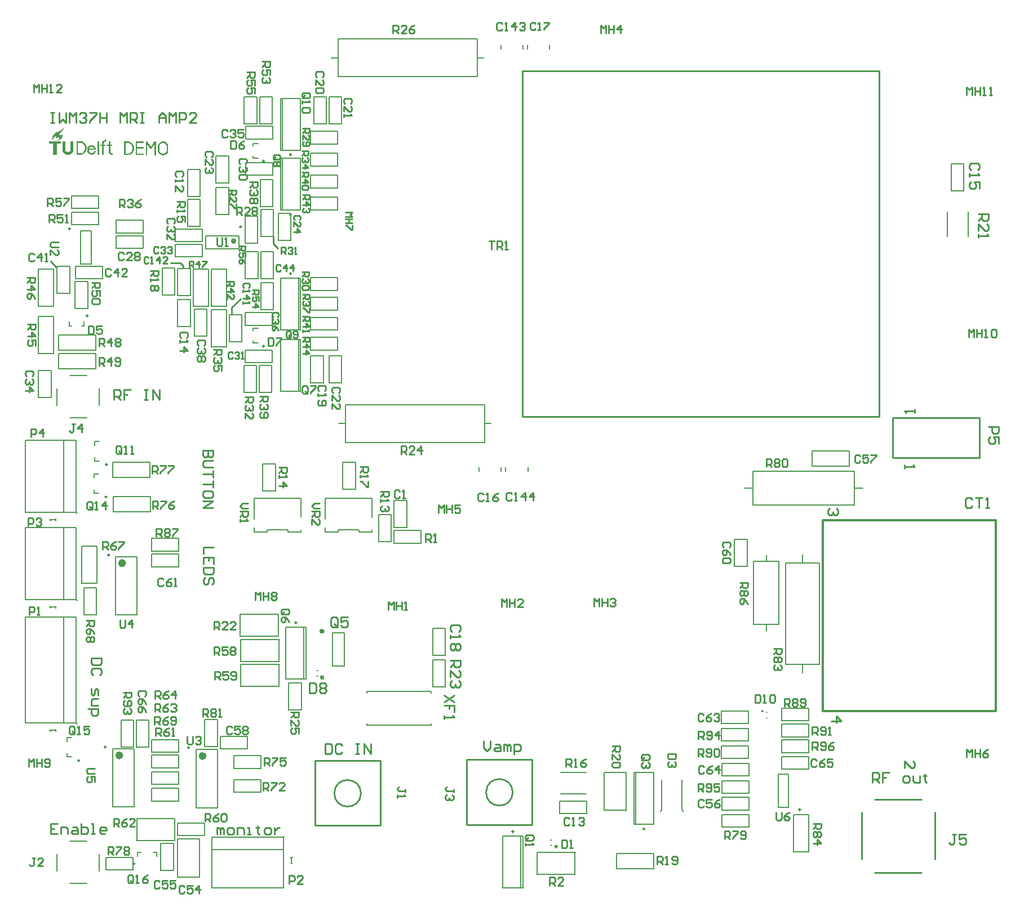
<source format=gto>
G04 Layer_Color=65535*
%FSLAX44Y44*%
%MOMM*%
G71*
G01*
G75*
%ADD36C,0.3000*%
%ADD38C,0.2540*%
%ADD65C,0.2500*%
%ADD66C,0.6000*%
%ADD67C,0.1000*%
%ADD68C,0.4000*%
%ADD69C,0.2000*%
%ADD70C,0.1524*%
%ADD71C,0.2032*%
G36*
X139194Y1034543D02*
X139234Y1034446D01*
Y1029584D01*
X142098D01*
X142195Y1029544D01*
X142235Y1029446D01*
Y1027448D01*
X142195Y1027351D01*
X142098Y1027311D01*
X139234D01*
Y1019463D01*
X139324Y1018923D01*
X139786Y1017918D01*
X140564Y1017140D01*
X141569Y1016677D01*
X142109Y1016588D01*
X143097Y1016592D01*
X143097Y1016591D01*
X143097Y1016592D01*
X143146Y1016572D01*
X143194Y1016552D01*
X143194Y1016552D01*
X143194Y1016551D01*
X143214Y1016504D01*
X143235Y1016455D01*
X143235Y1016454D01*
X143235Y1016454D01*
Y1014452D01*
X143194Y1014355D01*
X143097Y1014314D01*
X141099D01*
X141082Y1014322D01*
X141063Y1014319D01*
X140345Y1014515D01*
X140330Y1014526D01*
X140312Y1014529D01*
X139025Y1015275D01*
X139013Y1015290D01*
X138996Y1015297D01*
X137944Y1016350D01*
X137937Y1016367D01*
X137922Y1016378D01*
X137175Y1017665D01*
X137173Y1017683D01*
X137162Y1017698D01*
X136966Y1018416D01*
X136968Y1018435D01*
X136961Y1018452D01*
Y1027311D01*
X134097D01*
X134000Y1027351D01*
X133960Y1027448D01*
Y1029446D01*
X134000Y1029544D01*
X134097Y1029584D01*
X136961D01*
Y1034446D01*
X137001Y1034543D01*
X137099Y1034583D01*
X139097D01*
X139194Y1034543D01*
D02*
G37*
G36*
X112316Y1028578D02*
X112343D01*
X114548Y1027665D01*
X114567Y1027646D01*
X114593Y1027635D01*
X116280Y1025948D01*
X116290Y1025923D01*
X116310Y1025903D01*
X117223Y1023699D01*
Y1023671D01*
X117233Y1023646D01*
Y1022453D01*
Y1021454D01*
X117193Y1021357D01*
X117096Y1021316D01*
X107234D01*
Y1020457D01*
X107301Y1019728D01*
X107837Y1018366D01*
X108832Y1017303D01*
X110150Y1016682D01*
X111604Y1016591D01*
X112988Y1017043D01*
X114109Y1017974D01*
X114810Y1019259D01*
X114968Y1019980D01*
X114990Y1020012D01*
X115005Y1020048D01*
X115005Y1020048D01*
X115019Y1020053D01*
X115028Y1020066D01*
X115066Y1020073D01*
X115102Y1020088D01*
X117096Y1020088D01*
X117096D01*
X117136Y1020072D01*
X117193Y1020048D01*
Y1020048D01*
X117193D01*
X117217Y1019991D01*
X117233Y1019951D01*
Y1019951D01*
X117233Y1019451D01*
X117229Y1019441D01*
X117232Y1019430D01*
X117139Y1018830D01*
X117131Y1018817D01*
X117132Y1018803D01*
X116707Y1017664D01*
X116697Y1017653D01*
X116695Y1017639D01*
X116050Y1016608D01*
X116039Y1016600D01*
X116033Y1016586D01*
X115195Y1015706D01*
X115181Y1015700D01*
X115174Y1015688D01*
X114674Y1015341D01*
X114666Y1015340D01*
X114660Y1015332D01*
X114468Y1015232D01*
X113831Y1014894D01*
X113816Y1014892D01*
X113803Y1014883D01*
X112413Y1014500D01*
X112397Y1014502D01*
X112383Y1014495D01*
X110943Y1014425D01*
X110928Y1014431D01*
X110913Y1014427D01*
X109492Y1014673D01*
X109479Y1014681D01*
X109463Y1014681D01*
X108130Y1015230D01*
X108119Y1015242D01*
X108104Y1015245D01*
X106922Y1016072D01*
X106914Y1016085D01*
X106900Y1016092D01*
X105927Y1017156D01*
X105922Y1017171D01*
X105909Y1017181D01*
X105192Y1018432D01*
X105190Y1018447D01*
X105180Y1018459D01*
X104967Y1019148D01*
X104969Y1019169D01*
X104961Y1019189D01*
X104961Y1019189D01*
X104961Y1022453D01*
X104961Y1022453D01*
Y1023646D01*
X104972Y1023671D01*
Y1023699D01*
X105885Y1025903D01*
X105904Y1025923D01*
X105915Y1025948D01*
X107602Y1027635D01*
X107627Y1027646D01*
X107647Y1027665D01*
X109852Y1028578D01*
X109879D01*
X109904Y1028589D01*
X112291D01*
X112316Y1028578D01*
D02*
G37*
G36*
X83695Y1034543D02*
X83735Y1034446D01*
Y1019451D01*
X83723Y1019422D01*
X83721Y1019390D01*
X83163Y1018276D01*
X83149Y1018263D01*
X83142Y1018244D01*
X81461Y1016405D01*
X81443Y1016397D01*
X81432Y1016381D01*
X79313Y1015071D01*
X79293Y1015068D01*
X79278Y1015055D01*
X76881Y1014374D01*
X76862Y1014377D01*
X76843Y1014369D01*
X74352Y1014369D01*
X74334Y1014376D01*
X74314Y1014374D01*
X71917Y1015055D01*
X71902Y1015067D01*
X71883Y1015070D01*
X69763Y1016380D01*
X69751Y1016395D01*
X69734Y1016404D01*
X68052Y1018243D01*
X68046Y1018261D01*
X68031Y1018274D01*
X67474Y1019388D01*
X67471Y1019420D01*
X67459Y1019450D01*
Y1019450D01*
X67462Y1034446D01*
X67479Y1034486D01*
X67503Y1034543D01*
X67503D01*
Y1034543D01*
X67560Y1034567D01*
X67600Y1034583D01*
X71596D01*
X71693Y1034543D01*
X71734Y1034446D01*
Y1020498D01*
X72058Y1020082D01*
X72913Y1019323D01*
X73921Y1018793D01*
X75027Y1018520D01*
X76166D01*
X77272Y1018793D01*
X78280Y1019323D01*
X79135Y1020082D01*
X79460Y1020498D01*
Y1034446D01*
X79500Y1034543D01*
X79597Y1034583D01*
X83598D01*
X83695Y1034543D01*
D02*
G37*
G36*
X189194Y1034044D02*
X189234Y1033946D01*
Y1031948D01*
X189194Y1031851D01*
X189097Y1031811D01*
X179734D01*
Y1025587D01*
X189097D01*
X189194Y1025547D01*
X189234Y1025450D01*
Y1023452D01*
X189194Y1023355D01*
X189097Y1023314D01*
X179734D01*
Y1016088D01*
X189097D01*
X189194Y1016048D01*
X189234Y1015950D01*
Y1013952D01*
X189194Y1013855D01*
X189097Y1013815D01*
X177599D01*
X177502Y1013855D01*
X177461Y1013952D01*
Y1033946D01*
X177502Y1034044D01*
X177599Y1034084D01*
X189097D01*
X189194Y1034044D01*
D02*
G37*
G36*
X64696Y1034543D02*
X64736Y1034446D01*
Y1031449D01*
X64696Y1031351D01*
X64598Y1031311D01*
X58737D01*
Y1014452D01*
X58697Y1014355D01*
X58600Y1014314D01*
X53596D01*
X53499Y1014355D01*
X53458Y1014452D01*
Y1031311D01*
X47597D01*
X47500Y1031351D01*
X47460Y1031449D01*
Y1034446D01*
X47500Y1034543D01*
X47597Y1034583D01*
X64598D01*
X64696Y1034543D01*
D02*
G37*
G36*
X122197D02*
X122237Y1034446D01*
Y1014452D01*
X122197Y1014355D01*
X122100Y1014314D01*
X120097D01*
X120000Y1014355D01*
X119960Y1014452D01*
Y1034446D01*
X120000Y1034543D01*
X120097Y1034583D01*
X122100D01*
X122197Y1034543D01*
D02*
G37*
G36*
X95613Y1034577D02*
X95628Y1034580D01*
X96762Y1034332D01*
X96775Y1034323D01*
X96791Y1034322D01*
X98890Y1033330D01*
X98901Y1033318D01*
X98916Y1033314D01*
X100739Y1031878D01*
X100747Y1031863D01*
X100761Y1031856D01*
X102217Y1030047D01*
X102221Y1030032D01*
X102233Y1030021D01*
X103246Y1027933D01*
X103247Y1027917D01*
X103257Y1027904D01*
X103776Y1025642D01*
X103774Y1025626D01*
X103780Y1025611D01*
X103780Y1023290D01*
X103773Y1023275D01*
X103776Y1023259D01*
X103256Y1020997D01*
X103247Y1020984D01*
X103246Y1020968D01*
X102233Y1018880D01*
X102220Y1018869D01*
X102216Y1018854D01*
X100761Y1017046D01*
X100747Y1017038D01*
X100739Y1017024D01*
X98916Y1015587D01*
X98900Y1015583D01*
X98889Y1015571D01*
X96791Y1014580D01*
X96775Y1014579D01*
X96761Y1014570D01*
X95628Y1014322D01*
X95612Y1014324D01*
X95598Y1014318D01*
X88597Y1014314D01*
X88597Y1014314D01*
X88597Y1014314D01*
X88547Y1014335D01*
X88500Y1014354D01*
X88500Y1014355D01*
X88500Y1014355D01*
X88481Y1014402D01*
X88460Y1014452D01*
X88460Y1014452D01*
X88460Y1014452D01*
Y1017453D01*
Y1034446D01*
X88477Y1034488D01*
X88490Y1034532D01*
X88497Y1034536D01*
X88500Y1034543D01*
X88531Y1034556D01*
X88542Y1034560D01*
X88582Y1034583D01*
X88590Y1034580D01*
X88597Y1034583D01*
X95599D01*
X95613Y1034577D01*
D02*
G37*
G36*
X219562Y1034123D02*
X219580Y1034126D01*
X221416Y1033656D01*
X221430Y1033645D01*
X221448Y1033643D01*
X223109Y1032732D01*
X223120Y1032718D01*
X223137Y1032712D01*
X224521Y1031417D01*
X224528Y1031401D01*
X224543Y1031391D01*
X225562Y1029794D01*
X225565Y1029776D01*
X225577Y1029763D01*
X226168Y1027962D01*
X226166Y1027945D01*
X226174Y1027929D01*
X226237Y1026983D01*
X226236Y1026979D01*
X226238Y1026974D01*
Y1026974D01*
X226233Y1026964D01*
Y1020460D01*
X226238Y1020450D01*
Y1020450D01*
X226236Y1020446D01*
X226237Y1020441D01*
X226174Y1019496D01*
X226166Y1019480D01*
X226167Y1019462D01*
X225575Y1017663D01*
X225564Y1017649D01*
X225561Y1017632D01*
X224541Y1016035D01*
X224527Y1016025D01*
X224519Y1016009D01*
X223136Y1014715D01*
X223119Y1014709D01*
X223108Y1014695D01*
X221447Y1013785D01*
X221429Y1013783D01*
X221415Y1013772D01*
X219580Y1013303D01*
X219562Y1013305D01*
X219546Y1013298D01*
X217651Y1013298D01*
X217635Y1013305D01*
X217617Y1013303D01*
X215782Y1013773D01*
X215768Y1013783D01*
X215750Y1013785D01*
X214089Y1014695D01*
X214078Y1014709D01*
X214061Y1014715D01*
X212678Y1016009D01*
X212670Y1016025D01*
X212656Y1016036D01*
X211637Y1017632D01*
X211633Y1017650D01*
X211622Y1017663D01*
X211030Y1019463D01*
X211031Y1019480D01*
X211024Y1019496D01*
X210960Y1020441D01*
X210962Y1020446D01*
X210960Y1020450D01*
X210960Y1026974D01*
X210962Y1026979D01*
X210960Y1026983D01*
X211023Y1027928D01*
X211031Y1027944D01*
X211029Y1027962D01*
X211621Y1029762D01*
X211632Y1029776D01*
X211635Y1029793D01*
X212654Y1031391D01*
X212669Y1031401D01*
X212676Y1031417D01*
X214060Y1032712D01*
X214077Y1032718D01*
X214088Y1032732D01*
X215749Y1033643D01*
X215767Y1033645D01*
X215781Y1033655D01*
X217617Y1034126D01*
X217635Y1034123D01*
X217651Y1034130D01*
X219546Y1034130D01*
X219562Y1034123D01*
D02*
G37*
G36*
X167096Y1034084D02*
X167110Y1034078D01*
X167125Y1034081D01*
X168259Y1033833D01*
X168272Y1033823D01*
X168289Y1033823D01*
X170388Y1032832D01*
X170399Y1032820D01*
X170414Y1032815D01*
X172238Y1031379D01*
X172246Y1031365D01*
X172260Y1031357D01*
X173716Y1029549D01*
X173720Y1029533D01*
X173732Y1029523D01*
X174746Y1027434D01*
X174747Y1027418D01*
X174756Y1027405D01*
X175276Y1025143D01*
X175274Y1025127D01*
X175280Y1025112D01*
X175280Y1022790D01*
X175273Y1022775D01*
X175276Y1022759D01*
X174756Y1020497D01*
X174747Y1020484D01*
X174746Y1020468D01*
X173732Y1018379D01*
X173720Y1018369D01*
X173715Y1018353D01*
X172259Y1016545D01*
X172245Y1016537D01*
X172237Y1016523D01*
X170413Y1015087D01*
X170398Y1015083D01*
X170387Y1015071D01*
X168288Y1014080D01*
X168272Y1014079D01*
X168258Y1014070D01*
X167124Y1013822D01*
X167109Y1013825D01*
X167105Y1013823D01*
X167095Y1013819D01*
X167095D01*
X167095Y1013819D01*
X167095Y1013819D01*
X160098Y1013815D01*
X160098Y1013815D01*
X160098Y1013815D01*
X160048Y1013836D01*
X160001Y1013855D01*
X160001Y1013855D01*
X160001Y1013855D01*
X159981Y1013902D01*
X159961Y1013952D01*
X159961Y1013952D01*
X159961Y1013952D01*
Y1016954D01*
Y1033946D01*
X159978Y1033988D01*
X159991Y1034032D01*
X159998Y1034036D01*
X160001Y1034044D01*
X160043Y1034061D01*
X160083Y1034083D01*
X160091Y1034081D01*
X160098Y1034084D01*
X162096D01*
X167096Y1034084D01*
D02*
G37*
G36*
X69620Y1054577D02*
X69639Y1054577D01*
X69645Y1054578D01*
X69645D01*
X69645Y1054577D01*
X69646Y1054577D01*
X69668Y1054557D01*
X69696Y1054545D01*
X69705Y1054522D01*
X69723Y1054505D01*
X69724Y1054475D01*
X69735Y1054448D01*
X69726Y1054425D01*
X69727Y1054400D01*
X69724Y1054398D01*
X69377Y1053466D01*
X69369Y1053458D01*
X69367Y1053446D01*
X68366Y1051721D01*
X68356Y1051713D01*
X68352Y1051702D01*
X67076Y1050169D01*
X67065Y1050164D01*
X67060Y1050153D01*
X65544Y1048857D01*
X65532Y1048853D01*
X65525Y1048843D01*
X64670Y1048332D01*
X64227Y1047994D01*
X63475Y1047143D01*
X62969Y1046131D01*
X62739Y1045019D01*
X62734Y1044500D01*
X62949Y1044191D01*
X63610Y1043718D01*
X64404Y1043585D01*
X65183Y1043817D01*
X65516Y1044060D01*
X67513Y1045558D01*
X67556Y1045569D01*
X67596Y1045586D01*
X67596D01*
X67597Y1045585D01*
X67598Y1045586D01*
X67607Y1045582D01*
X67615Y1045584D01*
X67653Y1045562D01*
X67693Y1045546D01*
X67694Y1045544D01*
X67695Y1045544D01*
X67698Y1045535D01*
X67706Y1045531D01*
X67717Y1045489D01*
X67733Y1045448D01*
X67733Y1045447D01*
X67733Y1045446D01*
X67722Y1044805D01*
X67720Y1044799D01*
X67721Y1044792D01*
X67584Y1043518D01*
X67581Y1043512D01*
X67582Y1043505D01*
X67331Y1042248D01*
X67327Y1042242D01*
X67328Y1042236D01*
X66965Y1041006D01*
X66960Y1041001D01*
X66961Y1040994D01*
X66724Y1040398D01*
X66723Y1040397D01*
X66723Y1040389D01*
X66722Y1040389D01*
X66722Y1040389D01*
X66489Y1039900D01*
X66480Y1039892D01*
X66477Y1039880D01*
X65851Y1038995D01*
X65841Y1038988D01*
X65836Y1038977D01*
X65070Y1038210D01*
X65059Y1038206D01*
X65052Y1038195D01*
X64168Y1037569D01*
X64156Y1037566D01*
X64148Y1037557D01*
X63667Y1037327D01*
X60675Y1035334D01*
X60643Y1035328D01*
X60614Y1035312D01*
X60606Y1035314D01*
X60598Y1035311D01*
X60598D01*
X60585Y1035317D01*
X60571Y1035314D01*
X60544Y1035332D01*
X60513Y1035341D01*
X60509Y1035348D01*
X60501Y1035351D01*
X60496Y1035365D01*
X60484Y1035372D01*
X60478Y1035404D01*
X60462Y1035433D01*
X60464Y1035441D01*
X60461Y1035449D01*
X60466Y1035462D01*
X60464Y1035476D01*
X60482Y1035503D01*
X60491Y1035534D01*
X60988Y1036162D01*
X61783Y1037548D01*
X62287Y1039061D01*
X62481Y1040647D01*
X62469Y1041088D01*
X62328Y1040923D01*
X62315Y1040917D01*
X62308Y1040904D01*
X61401Y1040196D01*
X61387Y1040192D01*
X61377Y1040181D01*
X60347Y1039666D01*
X60333Y1039665D01*
X60322Y1039656D01*
X59210Y1039355D01*
X59196Y1039356D01*
X59183Y1039350D01*
X58638Y1039314D01*
X58632Y1039310D01*
X58631Y1039310D01*
X58631Y1039310D01*
X58631D01*
X58242Y1039222D01*
X58198Y1039229D01*
X58153Y1039231D01*
X57432Y1039573D01*
X57401Y1039606D01*
X57367Y1039636D01*
X57010Y1040350D01*
X57007Y1040394D01*
X56999Y1040439D01*
X57158Y1041221D01*
X57183Y1041258D01*
X57203Y1041298D01*
X57507Y1041557D01*
X57519Y1041560D01*
X57906Y1041940D01*
X58587Y1042830D01*
X59087Y1043829D01*
X59389Y1044908D01*
X59390Y1044914D01*
X59328Y1044826D01*
X59325Y1044823D01*
X59324Y1044819D01*
X58504Y1043771D01*
X58500Y1043769D01*
X58499Y1043765D01*
X57623Y1042763D01*
X57619Y1042761D01*
X57618Y1042757D01*
X56687Y1041805D01*
X56683Y1041804D01*
X56682Y1041800D01*
X56191Y1041351D01*
X56180Y1041347D01*
X56174Y1041338D01*
X54685Y1040343D01*
X54291Y1039959D01*
X53609Y1039068D01*
X53109Y1038068D01*
X52807Y1036989D01*
X52733Y1036430D01*
X52711Y1036392D01*
X52694Y1036351D01*
X52685Y1036347D01*
X52681Y1036339D01*
X52638Y1036328D01*
X52597Y1036311D01*
X52588Y1036314D01*
X52579Y1036312D01*
X52541Y1036334D01*
X52500Y1036351D01*
X52496Y1036360D01*
X52488Y1036365D01*
X52476Y1036407D01*
X52460Y1036448D01*
X52460Y1038942D01*
X52393Y1040348D01*
X52400Y1040368D01*
X52397Y1040389D01*
X53096Y1043121D01*
X53108Y1043138D01*
X53112Y1043159D01*
X54582Y1045566D01*
X54599Y1045578D01*
X54608Y1045597D01*
X56721Y1047466D01*
X56741Y1047473D01*
X56755Y1047488D01*
X58039Y1048071D01*
X58042Y1048071D01*
X58045Y1048074D01*
X60547Y1049077D01*
X60548Y1049077D01*
X60550Y1049078D01*
X64536Y1050572D01*
X65197Y1050995D01*
X66502Y1051916D01*
X67748Y1052913D01*
X68933Y1053984D01*
X69501Y1054546D01*
X69521Y1054554D01*
X69539Y1054574D01*
X69540D01*
X69540Y1054574D01*
X69572Y1054575D01*
X69599Y1054586D01*
X69620Y1054577D01*
D02*
G37*
G36*
X208197Y1034044D02*
X208237Y1033946D01*
Y1013453D01*
X208197Y1013355D01*
X208100Y1013315D01*
X206098D01*
X206000Y1013355D01*
X205960Y1013453D01*
Y1030516D01*
X200211Y1022374D01*
X200189Y1022359D01*
X200174Y1022337D01*
X200146Y1022332D01*
X200122Y1022317D01*
X200096Y1022323D01*
X200070Y1022318D01*
X200047Y1022334D01*
X200020Y1022340D01*
X200005Y1022363D01*
X199984Y1022378D01*
X194737Y1030484D01*
Y1013453D01*
X194697Y1013355D01*
X194600Y1013315D01*
X192598D01*
X192500Y1013355D01*
X192460Y1013453D01*
Y1033946D01*
X192500Y1034044D01*
X192598Y1034084D01*
X194600D01*
X194614Y1034078D01*
X194629Y1034081D01*
X194661Y1034059D01*
X194697Y1034044D01*
X194703Y1034030D01*
X194715Y1034021D01*
X200104Y1025695D01*
X205985Y1034026D01*
X205996Y1034032D01*
X206000Y1034044D01*
X206039Y1034060D01*
X206074Y1034082D01*
X206086Y1034079D01*
X206098Y1034084D01*
X208100D01*
X208197Y1034044D01*
D02*
G37*
G36*
X133195Y1036545D02*
X133236Y1036448D01*
Y1034446D01*
X133235Y1034446D01*
X133236Y1034445D01*
X133215Y1034397D01*
X133195Y1034349D01*
X133195Y1034349D01*
X133195Y1034348D01*
X133146Y1034329D01*
X133098Y1034308D01*
X133098Y1034308D01*
X133097Y1034308D01*
X132114Y1034312D01*
X131590Y1034194D01*
X130612Y1033705D01*
X129842Y1032935D01*
X129353Y1031956D01*
X129235Y1031433D01*
Y1029584D01*
X132099D01*
X132196Y1029544D01*
X132236Y1029446D01*
Y1027448D01*
X132196Y1027351D01*
X132099Y1027311D01*
X129235D01*
X129235Y1014452D01*
X129195Y1014355D01*
X129097Y1014314D01*
X127099D01*
X127002Y1014355D01*
X126962Y1014452D01*
Y1027311D01*
X124098D01*
X124001Y1027351D01*
X123961Y1027448D01*
Y1029446D01*
X124001Y1029544D01*
X124098Y1029584D01*
X126962D01*
Y1032442D01*
X126959Y1032449D01*
Y1032449D01*
X126967Y1032468D01*
X126965Y1032488D01*
X127181Y1033197D01*
X127192Y1033210D01*
X127194Y1033227D01*
X127956Y1034497D01*
X127970Y1034507D01*
X127977Y1034523D01*
X129024Y1035570D01*
X129040Y1035576D01*
X129051Y1035590D01*
X130321Y1036351D01*
X130338Y1036354D01*
X130352Y1036365D01*
X131060Y1036580D01*
X131081Y1036578D01*
X131100Y1036586D01*
X133098Y1036586D01*
X133195Y1036545D01*
D02*
G37*
%LPC*%
G36*
X111755Y1026382D02*
X110440D01*
X109197Y1025954D01*
X108161Y1025145D01*
X107441Y1024038D01*
X107234Y1023429D01*
Y1023090D01*
X114960D01*
Y1023429D01*
X114754Y1024038D01*
X114034Y1025145D01*
X112998Y1025954D01*
X111755Y1026382D01*
D02*
G37*
G36*
X95574Y1032310D02*
X90737D01*
Y1016592D01*
X95574Y1016592D01*
X96789Y1017050D01*
X98959Y1018544D01*
X100539Y1020644D01*
X101372Y1023137D01*
Y1025765D01*
X100539Y1028258D01*
X98959Y1030358D01*
X96789Y1031851D01*
X95574Y1032310D01*
D02*
G37*
G36*
X219531Y1031756D02*
X217666D01*
X215909Y1031130D01*
X214464Y1029949D01*
X213497Y1028347D01*
X213237Y1027462D01*
Y1020450D01*
Y1019970D01*
X213497Y1019085D01*
X214464Y1017482D01*
X215908Y1016300D01*
X217666Y1015673D01*
X219532D01*
X221289Y1016300D01*
X222734Y1017482D01*
X223700Y1019085D01*
X223960Y1019971D01*
Y1020450D01*
Y1020451D01*
Y1027462D01*
X223700Y1028347D01*
X222733Y1029949D01*
X221288Y1031130D01*
X219531Y1031756D01*
D02*
G37*
G36*
X167072Y1031815D02*
X162234Y1031811D01*
Y1016088D01*
X167071Y1016088D01*
X168287Y1016546D01*
X170459Y1018040D01*
X172042Y1020141D01*
X172876Y1022636D01*
X172876Y1025266D01*
X172042Y1027761D01*
X170460Y1029862D01*
X168288Y1031356D01*
X167072Y1031815D01*
D02*
G37*
%LPD*%
D36*
X1470000Y177500D02*
Y462404D01*
X1210000Y177500D02*
Y457404D01*
Y177500D02*
X1470000D01*
Y462404D02*
Y465000D01*
X1210000D02*
X1470000D01*
X1210000Y457404D02*
Y465000D01*
D38*
X1119790Y177500D02*
G03*
X1119790Y177500I-790J0D01*
G01*
X459652Y228207D02*
G03*
X459652Y228207I-2152J0D01*
G01*
X810653Y-26000D02*
G03*
X810653Y-26000I-1753J0D01*
G01*
X459750Y297750D02*
G03*
X459750Y297750I-2500J0D01*
G01*
X743773Y55404D02*
G03*
X743773Y55404I-19974J0D01*
G01*
X515773Y54004D02*
G03*
X515773Y54004I-19974J0D01*
G01*
X229750Y851250D02*
X244500D01*
X248500Y847250D01*
Y844000D02*
Y847250D01*
X758190Y620014D02*
Y1140206D01*
Y620014D02*
X1294130D01*
Y1140206D01*
X758190D02*
X1294130D01*
X49500Y853750D02*
X57250Y846000D01*
X59475D01*
X1288007Y44991D02*
X1357993D01*
X1377991Y-44993D02*
Y24993D01*
X1288007Y-64991D02*
X1357993D01*
X1268009Y-44993D02*
Y24993D01*
X1315000Y559000D02*
X1445000D01*
Y619000D01*
X1315000D02*
X1445000D01*
X1315000Y559000D02*
Y619000D01*
X675002Y104798D02*
X676001D01*
X675002Y6801D02*
Y104798D01*
Y6801D02*
X772999D01*
Y104798D01*
X675002D02*
X772999D01*
X447002Y103398D02*
X544999D01*
Y5401D02*
Y103398D01*
X447002Y5401D02*
X544999D01*
X447002D02*
Y103398D01*
X448001D01*
X321750Y774250D02*
Y784250D01*
X334750Y797250D01*
X384525Y880475D02*
Y891762D01*
Y880475D02*
X391250Y873750D01*
X656185Y201000D02*
X640950Y190843D01*
X656185D02*
X640950Y201000D01*
X656185Y175608D02*
Y185765D01*
X648568D01*
Y180687D01*
Y185765D01*
X640950D01*
Y170530D02*
Y165452D01*
Y167991D01*
X656185D01*
X653646Y170530D01*
X1139500Y25496D02*
Y15499D01*
X1141499Y13500D01*
X1145498D01*
X1147497Y15499D01*
Y25496D01*
X1159493D02*
X1155495Y23497D01*
X1151496Y19498D01*
Y15499D01*
X1153495Y13500D01*
X1157494D01*
X1159493Y15499D01*
Y17499D01*
X1157494Y19498D01*
X1151496D01*
X115996Y91250D02*
X105999D01*
X104000Y89251D01*
Y85252D01*
X105999Y83253D01*
X115996D01*
Y71256D02*
Y79254D01*
X109998D01*
X111997Y75255D01*
Y73256D01*
X109998Y71256D01*
X105999D01*
X104000Y73256D01*
Y77255D01*
X105999Y79254D01*
X153750Y314746D02*
Y304749D01*
X155749Y302750D01*
X159748D01*
X161747Y304749D01*
Y314746D01*
X171744Y302750D02*
Y314746D01*
X165746Y308748D01*
X173743D01*
X255000Y139746D02*
Y129749D01*
X256999Y127750D01*
X260998D01*
X262997Y129749D01*
Y139746D01*
X266996Y137747D02*
X268995Y139746D01*
X272994D01*
X274993Y137747D01*
Y135747D01*
X272994Y133748D01*
X270995D01*
X272994D01*
X274993Y131749D01*
Y129749D01*
X272994Y127750D01*
X268995D01*
X266996Y129749D01*
X1194000Y119000D02*
Y130996D01*
X1199998D01*
X1201997Y128997D01*
Y124998D01*
X1199998Y122999D01*
X1194000D01*
X1197999D02*
X1201997Y119000D01*
X1205996Y120999D02*
X1207996Y119000D01*
X1211994D01*
X1213994Y120999D01*
Y128997D01*
X1211994Y130996D01*
X1207996D01*
X1205996Y128997D01*
Y126997D01*
X1207996Y124998D01*
X1213994D01*
X1225990Y130996D02*
X1221991Y128997D01*
X1217992Y124998D01*
Y120999D01*
X1219992Y119000D01*
X1223990D01*
X1225990Y120999D01*
Y122999D01*
X1223990Y124998D01*
X1217992D01*
X1022250Y56500D02*
Y68496D01*
X1028248D01*
X1030247Y66497D01*
Y62498D01*
X1028248Y60499D01*
X1022250D01*
X1026249D02*
X1030247Y56500D01*
X1034246Y58499D02*
X1036245Y56500D01*
X1040244D01*
X1042243Y58499D01*
Y66497D01*
X1040244Y68496D01*
X1036245D01*
X1034246Y66497D01*
Y64497D01*
X1036245Y62498D01*
X1042243D01*
X1054240Y68496D02*
X1046242D01*
Y62498D01*
X1050241Y64497D01*
X1052240D01*
X1054240Y62498D01*
Y58499D01*
X1052240Y56500D01*
X1048242D01*
X1046242Y58499D01*
X1023000Y135500D02*
Y147496D01*
X1028998D01*
X1030997Y145497D01*
Y141498D01*
X1028998Y139499D01*
X1023000D01*
X1026999D02*
X1030997Y135500D01*
X1034996Y137499D02*
X1036995Y135500D01*
X1040994D01*
X1042993Y137499D01*
Y145497D01*
X1040994Y147496D01*
X1036995D01*
X1034996Y145497D01*
Y143497D01*
X1036995Y141498D01*
X1042993D01*
X1052990Y135500D02*
Y147496D01*
X1046992Y141498D01*
X1054990D01*
X158750Y205500D02*
X170746D01*
Y199502D01*
X168747Y197503D01*
X164748D01*
X162749Y199502D01*
Y205500D01*
Y201501D02*
X158750Y197503D01*
X160749Y193504D02*
X158750Y191504D01*
Y187506D01*
X160749Y185506D01*
X168747D01*
X170746Y187506D01*
Y191504D01*
X168747Y193504D01*
X166747D01*
X164748Y191504D01*
Y185506D01*
X168747Y181508D02*
X170746Y179508D01*
Y175510D01*
X168747Y173510D01*
X166747D01*
X164748Y175510D01*
Y177509D01*
Y175510D01*
X162749Y173510D01*
X160749D01*
X158750Y175510D01*
Y179508D01*
X160749Y181508D01*
X1194000Y141750D02*
Y153746D01*
X1199998D01*
X1201997Y151747D01*
Y147748D01*
X1199998Y145749D01*
X1194000D01*
X1197999D02*
X1201997Y141750D01*
X1205996Y143749D02*
X1207996Y141750D01*
X1211994D01*
X1213994Y143749D01*
Y151747D01*
X1211994Y153746D01*
X1207996D01*
X1205996Y151747D01*
Y149747D01*
X1207996Y147748D01*
X1213994D01*
X1217992Y141750D02*
X1221991D01*
X1219992D01*
Y153746D01*
X1217992Y151747D01*
X1022250Y109250D02*
Y121246D01*
X1028248D01*
X1030247Y119247D01*
Y115248D01*
X1028248Y113249D01*
X1022250D01*
X1026249D02*
X1030247Y109250D01*
X1034246Y111249D02*
X1036245Y109250D01*
X1040244D01*
X1042243Y111249D01*
Y119247D01*
X1040244Y121246D01*
X1036245D01*
X1034246Y119247D01*
Y117247D01*
X1036245Y115248D01*
X1042243D01*
X1046242Y119247D02*
X1048242Y121246D01*
X1052240D01*
X1054240Y119247D01*
Y111249D01*
X1052240Y109250D01*
X1048242D01*
X1046242Y111249D01*
Y119247D01*
X1151750Y184500D02*
Y196496D01*
X1157748D01*
X1159747Y194497D01*
Y190498D01*
X1157748Y188499D01*
X1151750D01*
X1155749D02*
X1159747Y184500D01*
X1163746Y194497D02*
X1165745Y196496D01*
X1169744D01*
X1171743Y194497D01*
Y192497D01*
X1169744Y190498D01*
X1171743Y188499D01*
Y186499D01*
X1169744Y184500D01*
X1165745D01*
X1163746Y186499D01*
Y188499D01*
X1165745Y190498D01*
X1163746Y192497D01*
Y194497D01*
X1165745Y190498D02*
X1169744D01*
X1175742Y186499D02*
X1177742Y184500D01*
X1181740D01*
X1183740Y186499D01*
Y194497D01*
X1181740Y196496D01*
X1177742D01*
X1175742Y194497D01*
Y192497D01*
X1177742Y190498D01*
X1183740D01*
X208500Y440000D02*
Y451996D01*
X214498D01*
X216497Y449997D01*
Y445998D01*
X214498Y443999D01*
X208500D01*
X212499D02*
X216497Y440000D01*
X220496Y449997D02*
X222495Y451996D01*
X226494D01*
X228493Y449997D01*
Y447997D01*
X226494Y445998D01*
X228493Y443999D01*
Y441999D01*
X226494Y440000D01*
X222495D01*
X220496Y441999D01*
Y443999D01*
X222495Y445998D01*
X220496Y447997D01*
Y449997D01*
X222495Y445998D02*
X226494D01*
X232492Y451996D02*
X240490D01*
Y449997D01*
X232492Y441999D01*
Y440000D01*
X1085000Y370750D02*
X1096996D01*
Y364752D01*
X1094997Y362753D01*
X1090998D01*
X1088999Y364752D01*
Y370750D01*
Y366751D02*
X1085000Y362753D01*
X1094997Y358754D02*
X1096996Y356754D01*
Y352756D01*
X1094997Y350756D01*
X1092997D01*
X1090998Y352756D01*
X1088999Y350756D01*
X1086999D01*
X1085000Y352756D01*
Y356754D01*
X1086999Y358754D01*
X1088999D01*
X1090998Y356754D01*
X1092997Y358754D01*
X1094997D01*
X1090998Y356754D02*
Y352756D01*
X1096996Y338760D02*
X1094997Y342759D01*
X1090998Y346758D01*
X1086999D01*
X1085000Y344758D01*
Y340760D01*
X1086999Y338760D01*
X1088999D01*
X1090998Y340760D01*
Y346758D01*
X1195000Y8250D02*
X1206996D01*
Y2252D01*
X1204997Y253D01*
X1200998D01*
X1198999Y2252D01*
Y8250D01*
Y4251D02*
X1195000Y253D01*
X1204997Y-3746D02*
X1206996Y-5745D01*
Y-9744D01*
X1204997Y-11744D01*
X1202997D01*
X1200998Y-9744D01*
X1198999Y-11744D01*
X1196999D01*
X1195000Y-9744D01*
Y-5745D01*
X1196999Y-3746D01*
X1198999D01*
X1200998Y-5745D01*
X1202997Y-3746D01*
X1204997D01*
X1200998Y-5745D02*
Y-9744D01*
X1195000Y-21740D02*
X1206996D01*
X1200998Y-15742D01*
Y-23740D01*
X1135750Y271250D02*
X1147746D01*
Y265252D01*
X1145747Y263253D01*
X1141748D01*
X1139749Y265252D01*
Y271250D01*
Y267251D02*
X1135750Y263253D01*
X1145747Y259254D02*
X1147746Y257255D01*
Y253256D01*
X1145747Y251257D01*
X1143747D01*
X1141748Y253256D01*
X1139749Y251257D01*
X1137749D01*
X1135750Y253256D01*
Y257255D01*
X1137749Y259254D01*
X1139749D01*
X1141748Y257255D01*
X1143747Y259254D01*
X1145747D01*
X1141748Y257255D02*
Y253256D01*
X1145747Y247258D02*
X1147746Y245258D01*
Y241260D01*
X1145747Y239260D01*
X1143747D01*
X1141748Y241260D01*
Y243259D01*
Y241260D01*
X1139749Y239260D01*
X1137749D01*
X1135750Y241260D01*
Y245258D01*
X1137749Y247258D01*
X278000Y169000D02*
Y180996D01*
X283998D01*
X285997Y178997D01*
Y174998D01*
X283998Y172999D01*
X278000D01*
X281999D02*
X285997Y169000D01*
X289996Y178997D02*
X291996Y180996D01*
X295994D01*
X297994Y178997D01*
Y176997D01*
X295994Y174998D01*
X297994Y172999D01*
Y170999D01*
X295994Y169000D01*
X291996D01*
X289996Y170999D01*
Y172999D01*
X291996Y174998D01*
X289996Y176997D01*
Y178997D01*
X291996Y174998D02*
X295994D01*
X301992Y169000D02*
X305991D01*
X303992D01*
Y180996D01*
X301992Y178997D01*
X1124750Y544750D02*
Y556746D01*
X1130748D01*
X1132747Y554747D01*
Y550748D01*
X1130748Y548749D01*
X1124750D01*
X1128749D02*
X1132747Y544750D01*
X1136746Y554747D02*
X1138745Y556746D01*
X1142744D01*
X1144743Y554747D01*
Y552747D01*
X1142744Y550748D01*
X1144743Y548749D01*
Y546749D01*
X1142744Y544750D01*
X1138745D01*
X1136746Y546749D01*
Y548749D01*
X1138745Y550748D01*
X1136746Y552747D01*
Y554747D01*
X1138745Y550748D02*
X1142744D01*
X1148742Y554747D02*
X1150742Y556746D01*
X1154740D01*
X1156740Y554747D01*
Y546749D01*
X1154740Y544750D01*
X1150742D01*
X1148742Y546749D01*
Y554747D01*
X1062000Y-15000D02*
Y-3004D01*
X1067998D01*
X1069997Y-5003D01*
Y-9002D01*
X1067998Y-11001D01*
X1062000D01*
X1065999D02*
X1069997Y-15000D01*
X1073996Y-3004D02*
X1081993D01*
Y-5003D01*
X1073996Y-13001D01*
Y-15000D01*
X1085992Y-13001D02*
X1087992Y-15000D01*
X1091990D01*
X1093990Y-13001D01*
Y-5003D01*
X1091990Y-3004D01*
X1087992D01*
X1085992Y-5003D01*
Y-7003D01*
X1087992Y-9002D01*
X1093990D01*
X135750Y-38250D02*
Y-26254D01*
X141748D01*
X143747Y-28253D01*
Y-32252D01*
X141748Y-34251D01*
X135750D01*
X139749D02*
X143747Y-38250D01*
X147746Y-26254D02*
X155744D01*
Y-28253D01*
X147746Y-36251D01*
Y-38250D01*
X159742Y-28253D02*
X161742Y-26254D01*
X165740D01*
X167740Y-28253D01*
Y-30253D01*
X165740Y-32252D01*
X167740Y-34251D01*
Y-36251D01*
X165740Y-38250D01*
X161742D01*
X159742Y-36251D01*
Y-34251D01*
X161742Y-32252D01*
X159742Y-30253D01*
Y-28253D01*
X161742Y-32252D02*
X165740D01*
X202250Y534500D02*
Y546496D01*
X208248D01*
X210247Y544497D01*
Y540498D01*
X208248Y538499D01*
X202250D01*
X206249D02*
X210247Y534500D01*
X214246Y546496D02*
X222243D01*
Y544497D01*
X214246Y536499D01*
Y534500D01*
X226242Y546496D02*
X234240D01*
Y544497D01*
X226242Y536499D01*
Y534500D01*
X203000Y481750D02*
Y493746D01*
X208998D01*
X210997Y491747D01*
Y487748D01*
X208998Y485749D01*
X203000D01*
X206999D02*
X210997Y481750D01*
X214996Y493746D02*
X222994D01*
Y491747D01*
X214996Y483749D01*
Y481750D01*
X234990Y493746D02*
X230991Y491747D01*
X226992Y487748D01*
Y483749D01*
X228992Y481750D01*
X232990D01*
X234990Y483749D01*
Y485749D01*
X232990Y487748D01*
X226992D01*
X370500Y95750D02*
Y107746D01*
X376498D01*
X378497Y105747D01*
Y101748D01*
X376498Y99749D01*
X370500D01*
X374499D02*
X378497Y95750D01*
X382496Y107746D02*
X390494D01*
Y105747D01*
X382496Y97749D01*
Y95750D01*
X402490Y107746D02*
X394492D01*
Y101748D01*
X398491Y103747D01*
X400490D01*
X402490Y101748D01*
Y97749D01*
X400490Y95750D01*
X396492D01*
X394492Y97749D01*
X369000Y58000D02*
Y69996D01*
X374998D01*
X376997Y67997D01*
Y63998D01*
X374998Y61999D01*
X369000D01*
X372999D02*
X376997Y58000D01*
X380996Y69996D02*
X388993D01*
Y67997D01*
X380996Y59999D01*
Y58000D01*
X400990D02*
X392992D01*
X400990Y65997D01*
Y67997D01*
X398990Y69996D01*
X394992D01*
X392992Y67997D01*
X206000Y157500D02*
Y169496D01*
X211998D01*
X213997Y167497D01*
Y163498D01*
X211998Y161499D01*
X206000D01*
X209999D02*
X213997Y157500D01*
X225993Y169496D02*
X221995Y167497D01*
X217996Y163498D01*
Y159499D01*
X219995Y157500D01*
X223994D01*
X225993Y159499D01*
Y161499D01*
X223994Y163498D01*
X217996D01*
X229992Y159499D02*
X231992Y157500D01*
X235990D01*
X237990Y159499D01*
Y167497D01*
X235990Y169496D01*
X231992D01*
X229992Y167497D01*
Y165497D01*
X231992Y163498D01*
X237990D01*
X103250Y313500D02*
X115246D01*
Y307502D01*
X113247Y305503D01*
X109248D01*
X107249Y307502D01*
Y313500D01*
Y309501D02*
X103250Y305503D01*
X115246Y293507D02*
X113247Y297505D01*
X109248Y301504D01*
X105249D01*
X103250Y299505D01*
Y295506D01*
X105249Y293507D01*
X107249D01*
X109248Y295506D01*
Y301504D01*
X113247Y289508D02*
X115246Y287508D01*
Y283510D01*
X113247Y281510D01*
X111247D01*
X109248Y283510D01*
X107249Y281510D01*
X105249D01*
X103250Y283510D01*
Y287508D01*
X105249Y289508D01*
X107249D01*
X109248Y287508D01*
X111247Y289508D01*
X113247D01*
X109248Y287508D02*
Y283510D01*
X127750Y420500D02*
Y432496D01*
X133748D01*
X135747Y430497D01*
Y426498D01*
X133748Y424499D01*
X127750D01*
X131749D02*
X135747Y420500D01*
X147744Y432496D02*
X143745Y430497D01*
X139746Y426498D01*
Y422499D01*
X141746Y420500D01*
X145744D01*
X147744Y422499D01*
Y424499D01*
X145744Y426498D01*
X139746D01*
X151742Y432496D02*
X159740D01*
Y430497D01*
X151742Y422499D01*
Y420500D01*
X206500Y196250D02*
Y208246D01*
X212498D01*
X214497Y206247D01*
Y202248D01*
X212498Y200249D01*
X206500D01*
X210499D02*
X214497Y196250D01*
X226493Y208246D02*
X222495Y206247D01*
X218496Y202248D01*
Y198249D01*
X220495Y196250D01*
X224494D01*
X226493Y198249D01*
Y200249D01*
X224494Y202248D01*
X218496D01*
X236490Y196250D02*
Y208246D01*
X230492Y202248D01*
X238490D01*
X206250Y176500D02*
Y188496D01*
X212248D01*
X214247Y186497D01*
Y182498D01*
X212248Y180499D01*
X206250D01*
X210249D02*
X214247Y176500D01*
X226243Y188496D02*
X222245Y186497D01*
X218246Y182498D01*
Y178499D01*
X220245Y176500D01*
X224244D01*
X226243Y178499D01*
Y180499D01*
X224244Y182498D01*
X218246D01*
X230242Y186497D02*
X232242Y188496D01*
X236240D01*
X238240Y186497D01*
Y184497D01*
X236240Y182498D01*
X234241D01*
X236240D01*
X238240Y180499D01*
Y178499D01*
X236240Y176500D01*
X232242D01*
X230242Y178499D01*
X144250Y4250D02*
Y16246D01*
X150248D01*
X152247Y14247D01*
Y10248D01*
X150248Y8249D01*
X144250D01*
X148249D02*
X152247Y4250D01*
X164244Y16246D02*
X160245Y14247D01*
X156246Y10248D01*
Y6249D01*
X158245Y4250D01*
X162244D01*
X164244Y6249D01*
Y8249D01*
X162244Y10248D01*
X156246D01*
X176240Y4250D02*
X168242D01*
X176240Y12247D01*
Y14247D01*
X174240Y16246D01*
X170242D01*
X168242Y14247D01*
X207500Y140500D02*
Y152496D01*
X213498D01*
X215497Y150497D01*
Y146498D01*
X213498Y144499D01*
X207500D01*
X211499D02*
X215497Y140500D01*
X227493Y152496D02*
X223495Y150497D01*
X219496Y146498D01*
Y142499D01*
X221495Y140500D01*
X225494D01*
X227493Y142499D01*
Y144499D01*
X225494Y146498D01*
X219496D01*
X231492Y140500D02*
X235491D01*
X233492D01*
Y152496D01*
X231492Y150497D01*
X281750Y11250D02*
Y23246D01*
X287748D01*
X289747Y21247D01*
Y17248D01*
X287748Y15249D01*
X281750D01*
X285749D02*
X289747Y11250D01*
X301744Y23246D02*
X297745Y21247D01*
X293746Y17248D01*
Y13249D01*
X295746Y11250D01*
X299744D01*
X301744Y13249D01*
Y15249D01*
X299744Y17248D01*
X293746D01*
X305742Y21247D02*
X307742Y23246D01*
X311740D01*
X313740Y21247D01*
Y13249D01*
X311740Y11250D01*
X307742D01*
X305742Y13249D01*
Y21247D01*
X173497Y-79001D02*
Y-71003D01*
X171498Y-69004D01*
X167499D01*
X165500Y-71003D01*
Y-79001D01*
X167499Y-81000D01*
X171498D01*
X169499Y-77001D02*
X173497Y-81000D01*
X171498D02*
X173497Y-79001D01*
X177496Y-81000D02*
X181495D01*
X179496D01*
Y-69004D01*
X177496Y-71003D01*
X195490Y-69004D02*
X191492Y-71003D01*
X187493Y-75002D01*
Y-79001D01*
X189492Y-81000D01*
X193491D01*
X195490Y-79001D01*
Y-77001D01*
X193491Y-75002D01*
X187493D01*
X85747Y144999D02*
Y152997D01*
X83748Y154996D01*
X79749D01*
X77750Y152997D01*
Y144999D01*
X79749Y143000D01*
X83748D01*
X81749Y146999D02*
X85747Y143000D01*
X83748D02*
X85747Y144999D01*
X89746Y143000D02*
X93745D01*
X91746D01*
Y154996D01*
X89746Y152997D01*
X107740Y154996D02*
X99743D01*
Y148998D01*
X103742Y150997D01*
X105741D01*
X107740Y148998D01*
Y144999D01*
X105741Y143000D01*
X101742D01*
X99743Y144999D01*
X112247Y482749D02*
Y490747D01*
X110248Y492746D01*
X106249D01*
X104250Y490747D01*
Y482749D01*
X106249Y480750D01*
X110248D01*
X108249Y484749D02*
X112247Y480750D01*
X110248D02*
X112247Y482749D01*
X116246Y480750D02*
X120245D01*
X118245D01*
Y492746D01*
X116246Y490747D01*
X132241Y480750D02*
Y492746D01*
X126243Y486748D01*
X134240D01*
X155997Y566749D02*
Y574747D01*
X153998Y576746D01*
X149999D01*
X148000Y574747D01*
Y566749D01*
X149999Y564750D01*
X153998D01*
X151999Y568749D02*
X155997Y564750D01*
X153998D02*
X155997Y566749D01*
X159996Y564750D02*
X163995D01*
X161996D01*
Y576746D01*
X159996Y574747D01*
X169993Y564750D02*
X173992D01*
X171992D01*
Y576746D01*
X169993Y574747D01*
X1459000Y605000D02*
X1474235D01*
Y597383D01*
X1471696Y594843D01*
X1466617D01*
X1464078Y597383D01*
Y605000D01*
X1474235Y579608D02*
Y589765D01*
X1466617D01*
X1469157Y584687D01*
Y582147D01*
X1466617Y579608D01*
X1461539D01*
X1459000Y582147D01*
Y587226D01*
X1461539Y589765D01*
X20000Y590000D02*
Y601996D01*
X25998D01*
X27997Y599997D01*
Y595998D01*
X25998Y593999D01*
X20000D01*
X37994Y590000D02*
Y601996D01*
X31996Y595998D01*
X39994D01*
X15750Y455750D02*
Y467746D01*
X21748D01*
X23747Y465747D01*
Y461748D01*
X21748Y459749D01*
X15750D01*
X27746Y465747D02*
X29746Y467746D01*
X33744D01*
X35744Y465747D01*
Y463747D01*
X33744Y461748D01*
X31745D01*
X33744D01*
X35744Y459749D01*
Y457749D01*
X33744Y455750D01*
X29746D01*
X27746Y457749D01*
X408200Y-82000D02*
Y-70004D01*
X414198D01*
X416197Y-72003D01*
Y-76002D01*
X414198Y-78001D01*
X408200D01*
X428194Y-82000D02*
X420196D01*
X428194Y-74003D01*
Y-72003D01*
X426194Y-70004D01*
X422196D01*
X420196Y-72003D01*
X1426000Y108000D02*
Y119996D01*
X1429999Y115997D01*
X1433997Y119996D01*
Y108000D01*
X1437996Y119996D02*
Y108000D01*
Y113998D01*
X1445993D01*
Y119996D01*
Y108000D01*
X1457990Y119996D02*
X1453991Y117997D01*
X1449992Y113998D01*
Y109999D01*
X1451992Y108000D01*
X1455990D01*
X1457990Y109999D01*
Y111999D01*
X1455990Y113998D01*
X1449992D01*
X1409157Y-7765D02*
X1404078D01*
X1406617D01*
Y-20461D01*
X1404078Y-23000D01*
X1401539D01*
X1399000Y-20461D01*
X1424392Y-7765D02*
X1414235D01*
Y-15382D01*
X1419313Y-12843D01*
X1421853D01*
X1424392Y-15382D01*
Y-20461D01*
X1421853Y-23000D01*
X1416774D01*
X1414235Y-20461D01*
X1108000Y202496D02*
Y190500D01*
X1113998D01*
X1115997Y192499D01*
Y200497D01*
X1113998Y202496D01*
X1108000D01*
X1119996Y190500D02*
X1123995D01*
X1121995D01*
Y202496D01*
X1119996Y200497D01*
X1129993D02*
X1131992Y202496D01*
X1135991D01*
X1137990Y200497D01*
Y192499D01*
X1135991Y190500D01*
X1131992D01*
X1129993Y192499D01*
Y200497D01*
X1434157Y495696D02*
X1431617Y498235D01*
X1426539D01*
X1424000Y495696D01*
Y485539D01*
X1426539Y483000D01*
X1431617D01*
X1434157Y485539D01*
X1439235Y498235D02*
X1449392D01*
X1444313D01*
Y483000D01*
X1454470D02*
X1459548D01*
X1457009D01*
Y498235D01*
X1454470Y495696D01*
X190997Y200003D02*
X192996Y202002D01*
Y206001D01*
X190997Y208000D01*
X182999D01*
X181000Y206001D01*
Y202002D01*
X182999Y200003D01*
X192996Y188006D02*
X190997Y192005D01*
X186998Y196004D01*
X182999D01*
X181000Y194004D01*
Y190006D01*
X182999Y188006D01*
X184999D01*
X186998Y190006D01*
Y196004D01*
X192996Y176010D02*
X190997Y180009D01*
X186998Y184008D01*
X182999D01*
X181000Y182008D01*
Y178010D01*
X182999Y176010D01*
X184999D01*
X186998Y178010D01*
Y184008D01*
X1200247Y103497D02*
X1198248Y105496D01*
X1194249D01*
X1192250Y103497D01*
Y95499D01*
X1194249Y93500D01*
X1198248D01*
X1200247Y95499D01*
X1212243Y105496D02*
X1208245Y103497D01*
X1204246Y99498D01*
Y95499D01*
X1206245Y93500D01*
X1210244D01*
X1212243Y95499D01*
Y97499D01*
X1210244Y99498D01*
X1204246D01*
X1224240Y105496D02*
X1216242D01*
Y99498D01*
X1220241Y101497D01*
X1222240D01*
X1224240Y99498D01*
Y95499D01*
X1222240Y93500D01*
X1218242D01*
X1216242Y95499D01*
X1031497Y93497D02*
X1029498Y95496D01*
X1025499D01*
X1023500Y93497D01*
Y85499D01*
X1025499Y83500D01*
X1029498D01*
X1031497Y85499D01*
X1043493Y95496D02*
X1039495Y93497D01*
X1035496Y89498D01*
Y85499D01*
X1037495Y83500D01*
X1041494D01*
X1043493Y85499D01*
Y87499D01*
X1041494Y89498D01*
X1035496D01*
X1053490Y83500D02*
Y95496D01*
X1047492Y89498D01*
X1055490D01*
X1030247Y171997D02*
X1028248Y173996D01*
X1024249D01*
X1022250Y171997D01*
Y163999D01*
X1024249Y162000D01*
X1028248D01*
X1030247Y163999D01*
X1042243Y173996D02*
X1038245Y171997D01*
X1034246Y167998D01*
Y163999D01*
X1036245Y162000D01*
X1040244D01*
X1042243Y163999D01*
Y165999D01*
X1040244Y167998D01*
X1034246D01*
X1046242Y171997D02*
X1048242Y173996D01*
X1052240D01*
X1054240Y171997D01*
Y169997D01*
X1052240Y167998D01*
X1050241D01*
X1052240D01*
X1054240Y165999D01*
Y163999D01*
X1052240Y162000D01*
X1048242D01*
X1046242Y163999D01*
X218997Y375497D02*
X216998Y377496D01*
X212999D01*
X211000Y375497D01*
Y367499D01*
X212999Y365500D01*
X216998D01*
X218997Y367499D01*
X230993Y377496D02*
X226995Y375497D01*
X222996Y371498D01*
Y367499D01*
X224995Y365500D01*
X228994D01*
X230993Y367499D01*
Y369499D01*
X228994Y371498D01*
X222996D01*
X234992Y365500D02*
X238991D01*
X236992D01*
Y377496D01*
X234992Y375497D01*
X1068997Y424003D02*
X1070996Y426002D01*
Y430001D01*
X1068997Y432000D01*
X1060999D01*
X1059000Y430001D01*
Y426002D01*
X1060999Y424003D01*
X1070996Y412006D02*
X1068997Y416005D01*
X1064998Y420004D01*
X1060999D01*
X1059000Y418004D01*
Y414006D01*
X1060999Y412006D01*
X1062999D01*
X1064998Y414006D01*
Y420004D01*
X1068997Y408008D02*
X1070996Y406008D01*
Y402010D01*
X1068997Y400010D01*
X1060999D01*
X1059000Y402010D01*
Y406008D01*
X1060999Y408008D01*
X1068997D01*
X321997Y152997D02*
X319998Y154996D01*
X315999D01*
X314000Y152997D01*
Y144999D01*
X315999Y143000D01*
X319998D01*
X321997Y144999D01*
X333993Y154996D02*
X325996D01*
Y148998D01*
X329995Y150997D01*
X331994D01*
X333993Y148998D01*
Y144999D01*
X331994Y143000D01*
X327995D01*
X325996Y144999D01*
X337992Y152997D02*
X339992Y154996D01*
X343990D01*
X345990Y152997D01*
Y150997D01*
X343990Y148998D01*
X345990Y146999D01*
Y144999D01*
X343990Y143000D01*
X339992D01*
X337992Y144999D01*
Y146999D01*
X339992Y148998D01*
X337992Y150997D01*
Y152997D01*
X339992Y148998D02*
X343990D01*
X1265747Y561247D02*
X1263748Y563246D01*
X1259749D01*
X1257750Y561247D01*
Y553249D01*
X1259749Y551250D01*
X1263748D01*
X1265747Y553249D01*
X1277744Y563246D02*
X1269746D01*
Y557248D01*
X1273745Y559247D01*
X1275744D01*
X1277744Y557248D01*
Y553249D01*
X1275744Y551250D01*
X1271746D01*
X1269746Y553249D01*
X1281742Y563246D02*
X1289740D01*
Y561247D01*
X1281742Y553249D01*
Y551250D01*
X1030747Y42747D02*
X1028748Y44746D01*
X1024749D01*
X1022750Y42747D01*
Y34749D01*
X1024749Y32750D01*
X1028748D01*
X1030747Y34749D01*
X1042744Y44746D02*
X1034746D01*
Y38748D01*
X1038745Y40747D01*
X1040744D01*
X1042744Y38748D01*
Y34749D01*
X1040744Y32750D01*
X1036746D01*
X1034746Y34749D01*
X1054740Y44746D02*
X1050741Y42747D01*
X1046742Y38748D01*
Y34749D01*
X1048742Y32750D01*
X1052740D01*
X1054740Y34749D01*
Y36749D01*
X1052740Y38748D01*
X1046742D01*
X213247Y-79003D02*
X211248Y-77004D01*
X207249D01*
X205250Y-79003D01*
Y-87001D01*
X207249Y-89000D01*
X211248D01*
X213247Y-87001D01*
X225243Y-77004D02*
X217246D01*
Y-83002D01*
X221245Y-81003D01*
X223244D01*
X225243Y-83002D01*
Y-87001D01*
X223244Y-89000D01*
X219245D01*
X217246Y-87001D01*
X237240Y-77004D02*
X229242D01*
Y-83002D01*
X233241Y-81003D01*
X235240D01*
X237240Y-83002D01*
Y-87001D01*
X235240Y-89000D01*
X231242D01*
X229242Y-87001D01*
X250747Y-86503D02*
X248748Y-84504D01*
X244749D01*
X242750Y-86503D01*
Y-94501D01*
X244749Y-96500D01*
X248748D01*
X250747Y-94501D01*
X262743Y-84504D02*
X254746D01*
Y-90502D01*
X258745Y-88503D01*
X260744D01*
X262743Y-90502D01*
Y-94501D01*
X260744Y-96500D01*
X256745D01*
X254746Y-94501D01*
X272740Y-96500D02*
Y-84504D01*
X266742Y-90502D01*
X274740D01*
X346581Y814585D02*
X348247Y816252D01*
Y819584D01*
X346581Y821250D01*
X339916D01*
X338250Y819584D01*
Y816252D01*
X339916Y814585D01*
X338250Y811253D02*
Y807921D01*
Y809587D01*
X348247D01*
X346581Y811253D01*
X338250Y797924D02*
X348247D01*
X343248Y802923D01*
Y796258D01*
X338250Y792926D02*
Y789594D01*
Y791260D01*
X348247D01*
X346581Y792926D01*
X742285Y503997D02*
X740285Y505996D01*
X736287D01*
X734287Y503997D01*
Y495999D01*
X736287Y494000D01*
X740285D01*
X742285Y495999D01*
X746284Y494000D02*
X750282D01*
X748283D01*
Y505996D01*
X746284Y503997D01*
X762278Y494000D02*
Y505996D01*
X756280Y499998D01*
X764278D01*
X774275Y494000D02*
Y505996D01*
X768277Y499998D01*
X776274D01*
X727867Y1211247D02*
X725868Y1213246D01*
X721869D01*
X719870Y1211247D01*
Y1203249D01*
X721869Y1201250D01*
X725868D01*
X727867Y1203249D01*
X731866Y1201250D02*
X735865D01*
X733866D01*
Y1213246D01*
X731866Y1211247D01*
X747861Y1201250D02*
Y1213246D01*
X741863Y1207248D01*
X749860D01*
X753859Y1211247D02*
X755858Y1213246D01*
X759857D01*
X761856Y1211247D01*
Y1209247D01*
X759857Y1207248D01*
X757858D01*
X759857D01*
X761856Y1205249D01*
Y1203249D01*
X759857Y1201250D01*
X755858D01*
X753859Y1203249D01*
X17250Y322500D02*
Y334496D01*
X23248D01*
X25247Y332497D01*
Y328498D01*
X23248Y326499D01*
X17250D01*
X29246Y322500D02*
X33245D01*
X31246D01*
Y334496D01*
X29246Y332497D01*
X24000Y1108000D02*
Y1119996D01*
X27999Y1115997D01*
X31997Y1119996D01*
Y1108000D01*
X35996Y1119996D02*
Y1108000D01*
Y1113998D01*
X43994D01*
Y1119996D01*
Y1108000D01*
X47992D02*
X51991D01*
X49992D01*
Y1119996D01*
X47992Y1117997D01*
X65986Y1108000D02*
X57989D01*
X65986Y1115997D01*
Y1117997D01*
X63987Y1119996D01*
X59988D01*
X57989Y1117997D01*
X357000Y344556D02*
Y356552D01*
X360999Y352553D01*
X364997Y356552D01*
Y344556D01*
X368996Y356552D02*
Y344556D01*
Y350554D01*
X376993D01*
Y356552D01*
Y344556D01*
X380992Y354552D02*
X382992Y356552D01*
X386990D01*
X388990Y354552D01*
Y352553D01*
X386990Y350554D01*
X388990Y348554D01*
Y346555D01*
X386990Y344556D01*
X382992D01*
X380992Y346555D01*
Y348554D01*
X382992Y350554D01*
X380992Y352553D01*
Y354552D01*
X382992Y350554D02*
X386990D01*
X493000Y928000D02*
X502997D01*
X499664Y924668D01*
X502997Y921336D01*
X493000D01*
X502997Y918003D02*
X493000D01*
X497998D01*
Y911339D01*
X502997D01*
X493000D01*
X502997Y908006D02*
Y901342D01*
X501331D01*
X494666Y908006D01*
X493000D01*
X632500Y475250D02*
Y487246D01*
X636499Y483247D01*
X640497Y487246D01*
Y475250D01*
X644496Y487246D02*
Y475250D01*
Y481248D01*
X652494D01*
Y487246D01*
Y475250D01*
X664490Y487246D02*
X656492D01*
Y481248D01*
X660491Y483247D01*
X662490D01*
X664490Y481248D01*
Y477249D01*
X662490Y475250D01*
X658492D01*
X656492Y477249D01*
X876000Y1197000D02*
Y1208996D01*
X879999Y1204997D01*
X883997Y1208996D01*
Y1197000D01*
X887996Y1208996D02*
Y1197000D01*
Y1202998D01*
X895993D01*
Y1208996D01*
Y1197000D01*
X905990D02*
Y1208996D01*
X899992Y1202998D01*
X907990D01*
X866000Y335000D02*
Y346996D01*
X869999Y342997D01*
X873997Y346996D01*
Y335000D01*
X877996Y346996D02*
Y335000D01*
Y340998D01*
X885993D01*
Y346996D01*
Y335000D01*
X889992Y344997D02*
X891992Y346996D01*
X895990D01*
X897990Y344997D01*
Y342997D01*
X895990Y340998D01*
X893991D01*
X895990D01*
X897990Y338999D01*
Y336999D01*
X895990Y335000D01*
X891992D01*
X889992Y336999D01*
X727000Y334000D02*
Y345996D01*
X730999Y341997D01*
X734997Y345996D01*
Y334000D01*
X738996Y345996D02*
Y334000D01*
Y339998D01*
X746993D01*
Y345996D01*
Y334000D01*
X758990D02*
X750992D01*
X758990Y341997D01*
Y343997D01*
X756990Y345996D01*
X752992D01*
X750992Y343997D01*
X557000Y330000D02*
Y341996D01*
X560999Y337997D01*
X564997Y341996D01*
Y330000D01*
X568996Y341996D02*
Y330000D01*
Y335998D01*
X576993D01*
Y341996D01*
Y330000D01*
X580992D02*
X584991D01*
X582992D01*
Y341996D01*
X580992Y339997D01*
X654746Y55503D02*
Y59501D01*
Y57502D01*
X644749D01*
X642750Y59501D01*
Y61501D01*
X644749Y63500D01*
X652747Y51504D02*
X654746Y49504D01*
Y45506D01*
X652747Y43506D01*
X650747D01*
X648748Y45506D01*
Y47505D01*
Y45506D01*
X646749Y43506D01*
X644749D01*
X642750Y45506D01*
Y49504D01*
X644749Y51504D01*
X582746Y55503D02*
Y59501D01*
Y57502D01*
X572749D01*
X570750Y59501D01*
Y61501D01*
X572749Y63500D01*
X570750Y51504D02*
Y47505D01*
Y49504D01*
X582746D01*
X580747Y51504D01*
X545500Y508000D02*
X557496D01*
Y502002D01*
X555497Y500003D01*
X551498D01*
X549499Y502002D01*
Y508000D01*
Y504001D02*
X545500Y500003D01*
Y496004D02*
Y492005D01*
Y494005D01*
X557496D01*
X555497Y496004D01*
Y486007D02*
X557496Y484008D01*
Y480009D01*
X555497Y478010D01*
X553497D01*
X551498Y480009D01*
Y482008D01*
Y480009D01*
X549499Y478010D01*
X547499D01*
X545500Y480009D01*
Y484008D01*
X547499Y486007D01*
X453996Y490000D02*
X445999D01*
X442000Y486001D01*
X445999Y482003D01*
X453996D01*
X442000Y478004D02*
X453996D01*
Y472006D01*
X451997Y470006D01*
X447998D01*
X445999Y472006D01*
Y478004D01*
Y474005D02*
X442000Y470006D01*
Y458010D02*
Y466008D01*
X449997Y458010D01*
X451997D01*
X453996Y460010D01*
Y464008D01*
X451997Y466008D01*
X345996Y490000D02*
X337999D01*
X334000Y486001D01*
X337999Y482003D01*
X345996D01*
X334000Y478004D02*
X345996D01*
Y472006D01*
X343997Y470006D01*
X339998D01*
X337999Y472006D01*
Y478004D01*
Y474005D02*
X334000Y470006D01*
Y466008D02*
Y462009D01*
Y464008D01*
X345996D01*
X343997Y466008D01*
X61246Y883000D02*
X51249D01*
X49250Y881001D01*
Y877002D01*
X51249Y875003D01*
X61246D01*
X49250Y863007D02*
Y871004D01*
X57247Y863007D01*
X59247D01*
X61246Y865006D01*
Y869005D01*
X59247Y871004D01*
X299250Y889246D02*
Y879249D01*
X301249Y877250D01*
X305248D01*
X307247Y879249D01*
Y889246D01*
X311246Y877250D02*
X315245D01*
X313246D01*
Y889246D01*
X311246Y887247D01*
X45000Y937000D02*
Y948996D01*
X50998D01*
X52997Y946997D01*
Y942998D01*
X50998Y940999D01*
X45000D01*
X48999D02*
X52997Y937000D01*
X64994Y948996D02*
X56996D01*
Y942998D01*
X60995Y944997D01*
X62994D01*
X64994Y942998D01*
Y938999D01*
X62994Y937000D01*
X58995D01*
X56996Y938999D01*
X68992Y948996D02*
X76990D01*
Y946997D01*
X68992Y938999D01*
Y937000D01*
X332250Y877000D02*
X342247D01*
Y872002D01*
X340581Y870335D01*
X337248D01*
X335582Y872002D01*
Y877000D01*
Y873668D02*
X332250Y870335D01*
X342247Y860339D02*
Y867003D01*
X337248D01*
X338914Y863671D01*
Y862005D01*
X337248Y860339D01*
X333916D01*
X332250Y862005D01*
Y865337D01*
X333916Y867003D01*
X342247Y850342D02*
X340581Y853674D01*
X337248Y857006D01*
X333916D01*
X332250Y855340D01*
Y852008D01*
X333916Y850342D01*
X335582D01*
X337248Y852008D01*
Y857006D01*
X344250Y1138500D02*
X356246D01*
Y1132502D01*
X354247Y1130503D01*
X350248D01*
X348249Y1132502D01*
Y1138500D01*
Y1134501D02*
X344250Y1130503D01*
X356246Y1118506D02*
Y1126504D01*
X350248D01*
X352247Y1122505D01*
Y1120506D01*
X350248Y1118506D01*
X346249D01*
X344250Y1120506D01*
Y1124504D01*
X346249Y1126504D01*
X356246Y1106510D02*
Y1114508D01*
X350248D01*
X352247Y1110509D01*
Y1108510D01*
X350248Y1106510D01*
X346249D01*
X344250Y1108510D01*
Y1112508D01*
X346249Y1114508D01*
X352500Y810750D02*
X362497D01*
Y805752D01*
X360831Y804085D01*
X357498D01*
X355832Y805752D01*
Y810750D01*
Y807418D02*
X352500Y804085D01*
X362497Y794089D02*
Y800753D01*
X357498D01*
X359165Y797421D01*
Y795755D01*
X357498Y794089D01*
X354166D01*
X352500Y795755D01*
Y799087D01*
X354166Y800753D01*
X352500Y785758D02*
X362497D01*
X357498Y790756D01*
Y784092D01*
X367250Y1154250D02*
X379246D01*
Y1148252D01*
X377247Y1146253D01*
X373248D01*
X371249Y1148252D01*
Y1154250D01*
Y1150251D02*
X367250Y1146253D01*
X379246Y1134257D02*
Y1142254D01*
X373248D01*
X375247Y1138255D01*
Y1136256D01*
X373248Y1134257D01*
X369249D01*
X367250Y1136256D01*
Y1140255D01*
X369249Y1142254D01*
X377247Y1130258D02*
X379246Y1128258D01*
Y1124260D01*
X377247Y1122260D01*
X375247D01*
X373248Y1124260D01*
Y1126259D01*
Y1124260D01*
X371249Y1122260D01*
X369249D01*
X367250Y1124260D01*
Y1128258D01*
X369249Y1130258D01*
X47500Y912500D02*
Y924496D01*
X53498D01*
X55497Y922497D01*
Y918498D01*
X53498Y916499D01*
X47500D01*
X51499D02*
X55497Y912500D01*
X67494Y924496D02*
X59496D01*
Y918498D01*
X63495Y920497D01*
X65494D01*
X67494Y918498D01*
Y914499D01*
X65494Y912500D01*
X61495D01*
X59496Y914499D01*
X71492Y912500D02*
X75491D01*
X73492D01*
Y924496D01*
X71492Y922497D01*
X111500Y822000D02*
X123496D01*
Y816002D01*
X121497Y814003D01*
X117498D01*
X115499Y816002D01*
Y822000D01*
Y818001D02*
X111500Y814003D01*
X123496Y802007D02*
Y810004D01*
X117498D01*
X119497Y806005D01*
Y804006D01*
X117498Y802007D01*
X113499D01*
X111500Y804006D01*
Y808005D01*
X113499Y810004D01*
X121497Y798008D02*
X123496Y796008D01*
Y792010D01*
X121497Y790010D01*
X113499D01*
X111500Y792010D01*
Y796008D01*
X113499Y798008D01*
X121497D01*
X122250Y697000D02*
Y708996D01*
X128248D01*
X130247Y706997D01*
Y702998D01*
X128248Y700999D01*
X122250D01*
X126249D02*
X130247Y697000D01*
X140244D02*
Y708996D01*
X134246Y702998D01*
X142243D01*
X146242Y698999D02*
X148242Y697000D01*
X152240D01*
X154240Y698999D01*
Y706997D01*
X152240Y708996D01*
X148242D01*
X146242Y706997D01*
Y704997D01*
X148242Y702998D01*
X154240D01*
X122500Y726500D02*
Y738496D01*
X128498D01*
X130497Y736497D01*
Y732498D01*
X128498Y730499D01*
X122500D01*
X126499D02*
X130497Y726500D01*
X140494D02*
Y738496D01*
X134496Y732498D01*
X142493D01*
X146492Y736497D02*
X148492Y738496D01*
X152490D01*
X154490Y736497D01*
Y734497D01*
X152490Y732498D01*
X154490Y730499D01*
Y728499D01*
X152490Y726500D01*
X148492D01*
X146492Y728499D01*
Y730499D01*
X148492Y732498D01*
X146492Y734497D01*
Y736497D01*
X148492Y732498D02*
X152490D01*
X257750Y844500D02*
Y854497D01*
X262748D01*
X264415Y852831D01*
Y849498D01*
X262748Y847832D01*
X257750D01*
X261082D02*
X264415Y844500D01*
X272745D02*
Y854497D01*
X267747Y849498D01*
X274411D01*
X277744Y854497D02*
X284408D01*
Y852831D01*
X277744Y846166D01*
Y844500D01*
X14500Y829750D02*
X26496D01*
Y823752D01*
X24497Y821753D01*
X20498D01*
X18499Y823752D01*
Y829750D01*
Y825751D02*
X14500Y821753D01*
Y811756D02*
X26496D01*
X20498Y817754D01*
Y809756D01*
X26496Y797760D02*
X24497Y801759D01*
X20498Y805758D01*
X16499D01*
X14500Y803758D01*
Y799760D01*
X16499Y797760D01*
X18499D01*
X20498Y799760D01*
Y805758D01*
X15000Y759500D02*
X26996D01*
Y753502D01*
X24997Y751503D01*
X20998D01*
X18999Y753502D01*
Y759500D01*
Y755501D02*
X15000Y751503D01*
Y741506D02*
X26996D01*
X20998Y747504D01*
Y739507D01*
X26996Y727510D02*
Y735508D01*
X20998D01*
X22997Y731509D01*
Y729510D01*
X20998Y727510D01*
X16999D01*
X15000Y729510D01*
Y733508D01*
X16999Y735508D01*
X428000Y740000D02*
X437997D01*
Y735002D01*
X436331Y733335D01*
X432998D01*
X431332Y735002D01*
Y740000D01*
Y736668D02*
X428000Y733335D01*
Y725005D02*
X437997D01*
X432998Y730003D01*
Y723339D01*
X428000Y715008D02*
X437997D01*
X432998Y720006D01*
Y713342D01*
X428000Y954000D02*
X437997D01*
Y949002D01*
X436331Y947336D01*
X432998D01*
X431332Y949002D01*
Y954000D01*
Y950668D02*
X428000Y947336D01*
Y939005D02*
X437997D01*
X432998Y944003D01*
Y937339D01*
X436331Y934006D02*
X437997Y932340D01*
Y929008D01*
X436331Y927342D01*
X434664D01*
X432998Y929008D01*
Y930674D01*
Y929008D01*
X431332Y927342D01*
X429666D01*
X428000Y929008D01*
Y932340D01*
X429666Y934006D01*
X315160Y823732D02*
X325157D01*
Y818734D01*
X323491Y817068D01*
X320158D01*
X318492Y818734D01*
Y823732D01*
Y820400D02*
X315160Y817068D01*
Y808737D02*
X325157D01*
X320158Y813735D01*
Y807071D01*
X315160Y797074D02*
Y803739D01*
X321824Y797074D01*
X323491D01*
X325157Y798740D01*
Y802072D01*
X323491Y803739D01*
X428000Y771000D02*
X437997D01*
Y766002D01*
X436331Y764335D01*
X432998D01*
X431332Y766002D01*
Y771000D01*
Y767668D02*
X428000Y764335D01*
Y756005D02*
X437997D01*
X432998Y761003D01*
Y754339D01*
X428000Y751006D02*
Y747674D01*
Y749340D01*
X437997D01*
X436331Y751006D01*
X427000Y988000D02*
X436997D01*
Y983002D01*
X435331Y981336D01*
X431998D01*
X430332Y983002D01*
Y988000D01*
Y984668D02*
X427000Y981336D01*
Y973005D02*
X436997D01*
X431998Y978003D01*
Y971339D01*
X435331Y968006D02*
X436997Y966340D01*
Y963008D01*
X435331Y961342D01*
X428666D01*
X427000Y963008D01*
Y966340D01*
X428666Y968006D01*
X435331D01*
X363750Y651000D02*
X375746D01*
Y645002D01*
X373747Y643003D01*
X369748D01*
X367749Y645002D01*
Y651000D01*
Y647001D02*
X363750Y643003D01*
X373747Y639004D02*
X375746Y637005D01*
Y633006D01*
X373747Y631007D01*
X371747D01*
X369748Y633006D01*
Y635005D01*
Y633006D01*
X367749Y631007D01*
X365749D01*
X363750Y633006D01*
Y637005D01*
X365749Y639004D01*
Y627008D02*
X363750Y625008D01*
Y621010D01*
X365749Y619010D01*
X373747D01*
X375746Y621010D01*
Y625008D01*
X373747Y627008D01*
X371747D01*
X369748Y625008D01*
Y619010D01*
X348500Y973250D02*
X360496D01*
Y967252D01*
X358497Y965253D01*
X354498D01*
X352499Y967252D01*
Y973250D01*
Y969251D02*
X348500Y965253D01*
X358497Y961254D02*
X360496Y959255D01*
Y955256D01*
X358497Y953257D01*
X356497D01*
X354498Y955256D01*
Y957255D01*
Y955256D01*
X352499Y953257D01*
X350499D01*
X348500Y955256D01*
Y959255D01*
X350499Y961254D01*
X358497Y949258D02*
X360496Y947258D01*
Y943260D01*
X358497Y941260D01*
X356497D01*
X354498Y943260D01*
X352499Y941260D01*
X350499D01*
X348500Y943260D01*
Y947258D01*
X350499Y949258D01*
X352499D01*
X354498Y947258D01*
X356497Y949258D01*
X358497D01*
X354498Y947258D02*
Y943260D01*
X428000Y804000D02*
X437997D01*
Y799002D01*
X436331Y797336D01*
X432998D01*
X431332Y799002D01*
Y804000D01*
Y800668D02*
X428000Y797336D01*
X436331Y794003D02*
X437997Y792337D01*
Y789005D01*
X436331Y787339D01*
X434664D01*
X432998Y789005D01*
Y790671D01*
Y789005D01*
X431332Y787339D01*
X429666D01*
X428000Y789005D01*
Y792337D01*
X429666Y794003D01*
X437997Y784006D02*
Y777342D01*
X436331D01*
X429666Y784006D01*
X428000D01*
X153000Y935000D02*
Y946996D01*
X158998D01*
X160997Y944997D01*
Y940998D01*
X158998Y938999D01*
X153000D01*
X156999D02*
X160997Y935000D01*
X164996Y944997D02*
X166996Y946996D01*
X170994D01*
X172994Y944997D01*
Y942997D01*
X170994Y940998D01*
X168995D01*
X170994D01*
X172994Y938999D01*
Y936999D01*
X170994Y935000D01*
X166996D01*
X164996Y936999D01*
X184990Y946996D02*
X180991Y944997D01*
X176992Y940998D01*
Y936999D01*
X178992Y935000D01*
X182990D01*
X184990Y936999D01*
Y938999D01*
X182990Y940998D01*
X176992D01*
X294500Y721250D02*
X306496D01*
Y715252D01*
X304497Y713253D01*
X300498D01*
X298499Y715252D01*
Y721250D01*
Y717251D02*
X294500Y713253D01*
X304497Y709254D02*
X306496Y707254D01*
Y703256D01*
X304497Y701256D01*
X302497D01*
X300498Y703256D01*
Y705255D01*
Y703256D01*
X298499Y701256D01*
X296499D01*
X294500Y703256D01*
Y707254D01*
X296499Y709254D01*
X306496Y689260D02*
Y697258D01*
X300498D01*
X302497Y693259D01*
Y691260D01*
X300498Y689260D01*
X296499D01*
X294500Y691260D01*
Y695258D01*
X296499Y697258D01*
X427000Y1020000D02*
X436997D01*
Y1015002D01*
X435331Y1013335D01*
X431998D01*
X430332Y1015002D01*
Y1020000D01*
Y1016668D02*
X427000Y1013335D01*
X435331Y1010003D02*
X436997Y1008337D01*
Y1005005D01*
X435331Y1003339D01*
X433665D01*
X431998Y1005005D01*
Y1006671D01*
Y1005005D01*
X430332Y1003339D01*
X428666D01*
X427000Y1005005D01*
Y1008337D01*
X428666Y1010003D01*
X427000Y995008D02*
X436997D01*
X431998Y1000006D01*
Y993342D01*
X341750Y649750D02*
X353746D01*
Y643752D01*
X351747Y641753D01*
X347748D01*
X345749Y643752D01*
Y649750D01*
Y645751D02*
X341750Y641753D01*
X351747Y637754D02*
X353746Y635755D01*
Y631756D01*
X351747Y629757D01*
X349747D01*
X347748Y631756D01*
Y633755D01*
Y631756D01*
X345749Y629757D01*
X343749D01*
X341750Y631756D01*
Y635755D01*
X343749Y637754D01*
X341750Y617760D02*
Y625758D01*
X349747Y617760D01*
X351747D01*
X353746Y619760D01*
Y623758D01*
X351747Y625758D01*
X396000Y865000D02*
Y874997D01*
X400998D01*
X402664Y873331D01*
Y869998D01*
X400998Y868332D01*
X396000D01*
X399332D02*
X402664Y865000D01*
X405997Y873331D02*
X407663Y874997D01*
X410995D01*
X412661Y873331D01*
Y871665D01*
X410995Y869998D01*
X409329D01*
X410995D01*
X412661Y868332D01*
Y866666D01*
X410995Y865000D01*
X407663D01*
X405997Y866666D01*
X415994Y865000D02*
X419326D01*
X417660D01*
Y874997D01*
X415994Y873331D01*
X427420Y837580D02*
X437417D01*
Y832582D01*
X435751Y830916D01*
X432418D01*
X430752Y832582D01*
Y837580D01*
Y834248D02*
X427420Y830916D01*
X435751Y827583D02*
X437417Y825917D01*
Y822585D01*
X435751Y820919D01*
X434085D01*
X432418Y822585D01*
Y824251D01*
Y822585D01*
X430752Y820919D01*
X429086D01*
X427420Y822585D01*
Y825917D01*
X429086Y827583D01*
X435751Y817587D02*
X437417Y815920D01*
Y812588D01*
X435751Y810922D01*
X429086D01*
X427420Y812588D01*
Y815920D01*
X429086Y817587D01*
X435751D01*
X428000Y1054000D02*
X437997D01*
Y1049002D01*
X436331Y1047336D01*
X432998D01*
X431332Y1049002D01*
Y1054000D01*
Y1050668D02*
X428000Y1047336D01*
Y1037339D02*
Y1044003D01*
X434664Y1037339D01*
X436331D01*
X437997Y1039005D01*
Y1042337D01*
X436331Y1044003D01*
X429666Y1034006D02*
X428000Y1032340D01*
Y1029008D01*
X429666Y1027342D01*
X436331D01*
X437997Y1029008D01*
Y1032340D01*
X436331Y1034006D01*
X434664D01*
X432998Y1032340D01*
Y1027342D01*
X329250Y923750D02*
Y935246D01*
X334998D01*
X336914Y933330D01*
Y929498D01*
X334998Y927582D01*
X329250D01*
X333082D02*
X336914Y923750D01*
X348410D02*
X340746D01*
X348410Y931414D01*
Y933330D01*
X346494Y935246D01*
X342662D01*
X340746Y933330D01*
X352243D02*
X354159Y935246D01*
X357991D01*
X359907Y933330D01*
Y931414D01*
X357991Y929498D01*
X359907Y927582D01*
Y925666D01*
X357991Y923750D01*
X354159D01*
X352243Y925666D01*
Y927582D01*
X354159Y929498D01*
X352243Y931414D01*
Y933330D01*
X354159Y929498D02*
X357991D01*
X318500Y960500D02*
X328497D01*
Y955502D01*
X326831Y953836D01*
X323498D01*
X321832Y955502D01*
Y960500D01*
Y957168D02*
X318500Y953836D01*
Y943839D02*
Y950503D01*
X325164Y943839D01*
X326831D01*
X328497Y945505D01*
Y948837D01*
X326831Y950503D01*
X328497Y940507D02*
Y933842D01*
X326831D01*
X320166Y940507D01*
X318500D01*
X564000Y1197000D02*
Y1208996D01*
X569998D01*
X571997Y1206997D01*
Y1202998D01*
X569998Y1200999D01*
X564000D01*
X567999D02*
X571997Y1197000D01*
X583993D02*
X575996D01*
X583993Y1204997D01*
Y1206997D01*
X581994Y1208996D01*
X577995D01*
X575996Y1206997D01*
X595990Y1208996D02*
X591991Y1206997D01*
X587992Y1202998D01*
Y1198999D01*
X589992Y1197000D01*
X593990D01*
X595990Y1198999D01*
Y1200999D01*
X593990Y1202998D01*
X587992D01*
X410500Y176000D02*
X422496D01*
Y170002D01*
X420497Y168003D01*
X416498D01*
X414499Y170002D01*
Y176000D01*
Y172001D02*
X410500Y168003D01*
Y156006D02*
Y164004D01*
X418497Y156006D01*
X420497D01*
X422496Y158006D01*
Y162005D01*
X420497Y164004D01*
X422496Y144010D02*
Y152008D01*
X416498D01*
X418497Y148009D01*
Y146010D01*
X416498Y144010D01*
X412499D01*
X410500Y146010D01*
Y150008D01*
X412499Y152008D01*
X576250Y564000D02*
Y575996D01*
X582248D01*
X584247Y573997D01*
Y569998D01*
X582248Y567999D01*
X576250D01*
X580249D02*
X584247Y564000D01*
X596244D02*
X588246D01*
X596244Y571997D01*
Y573997D01*
X594244Y575996D01*
X590246D01*
X588246Y573997D01*
X606240Y564000D02*
Y575996D01*
X600242Y569998D01*
X608240D01*
X650250Y253500D02*
X665485D01*
Y245882D01*
X662946Y243343D01*
X657868D01*
X655328Y245882D01*
Y253500D01*
Y248422D02*
X650250Y243343D01*
Y228108D02*
Y238265D01*
X660407Y228108D01*
X662946D01*
X665485Y230647D01*
Y235726D01*
X662946Y238265D01*
Y223030D02*
X665485Y220491D01*
Y215412D01*
X662946Y212873D01*
X660407D01*
X657868Y215412D01*
Y217952D01*
Y215412D01*
X655328Y212873D01*
X652789D01*
X650250Y215412D01*
Y220491D01*
X652789Y223030D01*
X295290Y300000D02*
Y311996D01*
X301288D01*
X303287Y309997D01*
Y305998D01*
X301288Y303999D01*
X295290D01*
X299289D02*
X303287Y300000D01*
X315284D02*
X307286D01*
X315284Y307997D01*
Y309997D01*
X313284Y311996D01*
X309286D01*
X307286Y309997D01*
X327280Y300000D02*
X319282D01*
X327280Y307997D01*
Y309997D01*
X325280Y311996D01*
X321282D01*
X319282Y309997D01*
X1443000Y925000D02*
X1458235D01*
Y917383D01*
X1455696Y914843D01*
X1450618D01*
X1448078Y917383D01*
Y925000D01*
Y919922D02*
X1443000Y914843D01*
Y899608D02*
Y909765D01*
X1453157Y899608D01*
X1455696D01*
X1458235Y902147D01*
Y907226D01*
X1455696Y909765D01*
X1443000Y894530D02*
Y889452D01*
Y891991D01*
X1458235D01*
X1455696Y894530D01*
X893250Y124750D02*
X905246D01*
Y118752D01*
X903247Y116753D01*
X899248D01*
X897249Y118752D01*
Y124750D01*
Y120751D02*
X893250Y116753D01*
Y104756D02*
Y112754D01*
X901247Y104756D01*
X903247D01*
X905246Y106756D01*
Y110754D01*
X903247Y112754D01*
Y100758D02*
X905246Y98758D01*
Y94760D01*
X903247Y92760D01*
X895249D01*
X893250Y94760D01*
Y98758D01*
X895249Y100758D01*
X903247D01*
X961000Y-52750D02*
Y-40754D01*
X966998D01*
X968997Y-42753D01*
Y-46752D01*
X966998Y-48751D01*
X961000D01*
X964999D02*
X968997Y-52750D01*
X972996D02*
X976995D01*
X974995D01*
Y-40754D01*
X972996Y-42753D01*
X982993Y-50751D02*
X984992Y-52750D01*
X988991D01*
X990990Y-50751D01*
Y-42753D01*
X988991Y-40754D01*
X984992D01*
X982993Y-42753D01*
Y-44753D01*
X984992Y-46752D01*
X990990D01*
X199750Y840000D02*
X211746D01*
Y834002D01*
X209747Y832003D01*
X205748D01*
X203749Y834002D01*
Y840000D01*
Y836001D02*
X199750Y832003D01*
Y828004D02*
Y824005D01*
Y826004D01*
X211746D01*
X209747Y828004D01*
Y818007D02*
X211746Y816008D01*
Y812009D01*
X209747Y810010D01*
X207747D01*
X205748Y812009D01*
X203749Y810010D01*
X201749D01*
X199750Y812009D01*
Y816008D01*
X201749Y818007D01*
X203749D01*
X205748Y816008D01*
X207747Y818007D01*
X209747D01*
X205748Y816008D02*
Y812009D01*
X514750Y544750D02*
X526746D01*
Y538752D01*
X524747Y536753D01*
X520748D01*
X518749Y538752D01*
Y544750D01*
Y540751D02*
X514750Y536753D01*
Y532754D02*
Y528755D01*
Y530755D01*
X526746D01*
X524747Y532754D01*
X526746Y522757D02*
Y514760D01*
X524747D01*
X516749Y522757D01*
X514750D01*
X824000Y94000D02*
Y105996D01*
X829998D01*
X831997Y103997D01*
Y99998D01*
X829998Y97999D01*
X824000D01*
X827999D02*
X831997Y94000D01*
X835996D02*
X839995D01*
X837996D01*
Y105996D01*
X835996Y103997D01*
X853990Y105996D02*
X849992Y103997D01*
X845993Y99998D01*
Y95999D01*
X847992Y94000D01*
X851991D01*
X853990Y95999D01*
Y97999D01*
X851991Y99998D01*
X845993D01*
X239500Y943500D02*
X251496D01*
Y937502D01*
X249497Y935503D01*
X245498D01*
X243499Y937502D01*
Y943500D01*
Y939501D02*
X239500Y935503D01*
Y931504D02*
Y927505D01*
Y929504D01*
X251496D01*
X249497Y931504D01*
X251496Y913510D02*
Y921507D01*
X245498D01*
X247497Y917508D01*
Y915509D01*
X245498Y913510D01*
X241499D01*
X239500Y915509D01*
Y919508D01*
X241499Y921507D01*
X392500Y544000D02*
X404496D01*
Y538002D01*
X402497Y536003D01*
X398498D01*
X396499Y538002D01*
Y544000D01*
Y540001D02*
X392500Y536003D01*
Y532004D02*
Y528005D01*
Y530005D01*
X404496D01*
X402497Y532004D01*
X392500Y516009D02*
X404496D01*
X398498Y522007D01*
Y514010D01*
X799500Y-84500D02*
Y-72504D01*
X805498D01*
X807497Y-74503D01*
Y-78502D01*
X805498Y-80501D01*
X799500D01*
X803499D02*
X807497Y-84500D01*
X819493D02*
X811496D01*
X819493Y-76503D01*
Y-74503D01*
X817494Y-72504D01*
X813495D01*
X811496Y-74503D01*
X613000Y432000D02*
Y443996D01*
X618998D01*
X620997Y441997D01*
Y437998D01*
X618998Y435999D01*
X613000D01*
X616999D02*
X620997Y432000D01*
X624996D02*
X628995D01*
X626996D01*
Y443996D01*
X624996Y441997D01*
X429499Y1099503D02*
X437497D01*
X439496Y1101502D01*
Y1105501D01*
X437497Y1107500D01*
X429499D01*
X427500Y1105501D01*
Y1101502D01*
X431499Y1103501D02*
X427500Y1099503D01*
Y1101502D02*
X429499Y1099503D01*
X427500Y1095504D02*
Y1091505D01*
Y1093504D01*
X439496D01*
X437497Y1095504D01*
Y1085507D02*
X439496Y1083508D01*
Y1079509D01*
X437497Y1077510D01*
X429499D01*
X427500Y1079509D01*
Y1083508D01*
X429499Y1085507D01*
X437497D01*
X410664Y740666D02*
Y747331D01*
X408998Y748997D01*
X405666D01*
X404000Y747331D01*
Y740666D01*
X405666Y739000D01*
X408998D01*
X407332Y742332D02*
X410664Y739000D01*
X408998D02*
X410664Y740666D01*
X413997D02*
X415663Y739000D01*
X418995D01*
X420661Y740666D01*
Y747331D01*
X418995Y748997D01*
X415663D01*
X413997Y747331D01*
Y745665D01*
X415663Y743998D01*
X420661D01*
X386166Y1007085D02*
X392831D01*
X394497Y1008752D01*
Y1012084D01*
X392831Y1013750D01*
X386166D01*
X384500Y1012084D01*
Y1008752D01*
X387832Y1010418D02*
X384500Y1007085D01*
Y1008752D02*
X386166Y1007085D01*
X392831Y1003753D02*
X394497Y1002087D01*
Y998755D01*
X392831Y997089D01*
X391165D01*
X389498Y998755D01*
X387832Y997089D01*
X386166D01*
X384500Y998755D01*
Y1002087D01*
X386166Y1003753D01*
X387832D01*
X389498Y1002087D01*
X391165Y1003753D01*
X392831D01*
X389498Y1002087D02*
Y998755D01*
X435747Y656749D02*
Y664747D01*
X433748Y666746D01*
X429749D01*
X427750Y664747D01*
Y656749D01*
X429749Y654750D01*
X433748D01*
X431749Y658749D02*
X435747Y654750D01*
X433748D02*
X435747Y656749D01*
X439746Y666746D02*
X447743D01*
Y664747D01*
X439746Y656749D01*
Y654750D01*
X398249Y323003D02*
X406247D01*
X408246Y325002D01*
Y329001D01*
X406247Y331000D01*
X398249D01*
X396250Y329001D01*
Y325002D01*
X400249Y327001D02*
X396250Y323003D01*
Y325002D02*
X398249Y323003D01*
X408246Y311007D02*
X406247Y315005D01*
X402248Y319004D01*
X398249D01*
X396250Y317005D01*
Y313006D01*
X398249Y311007D01*
X400249D01*
X402248Y313006D01*
Y319004D01*
X480657Y306539D02*
Y316696D01*
X478117Y319235D01*
X473039D01*
X470500Y316696D01*
Y306539D01*
X473039Y304000D01*
X478117D01*
X475578Y309078D02*
X480657Y304000D01*
X478117D02*
X480657Y306539D01*
X495892Y319235D02*
X485735D01*
Y311618D01*
X490813Y314157D01*
X493353D01*
X495892Y311618D01*
Y306539D01*
X493353Y304000D01*
X488274D01*
X485735Y306539D01*
X939499Y104253D02*
X947497D01*
X949496Y106252D01*
Y110251D01*
X947497Y112250D01*
X939499D01*
X937500Y110251D01*
Y106252D01*
X941499Y108251D02*
X937500Y104253D01*
Y106252D02*
X939499Y104253D01*
X947497Y100254D02*
X949496Y98254D01*
Y94256D01*
X947497Y92256D01*
X945497D01*
X943498Y94256D01*
Y96255D01*
Y94256D01*
X941499Y92256D01*
X939499D01*
X937500Y94256D01*
Y98254D01*
X939499Y100254D01*
X764999Y-16997D02*
X772997D01*
X774996Y-14998D01*
Y-10999D01*
X772997Y-9000D01*
X764999D01*
X763000Y-10999D01*
Y-14998D01*
X766999Y-12999D02*
X763000Y-16997D01*
Y-14998D02*
X764999Y-16997D01*
X763000Y-20996D02*
Y-24995D01*
Y-22996D01*
X774996D01*
X772997Y-20996D01*
X85997Y608996D02*
X81999D01*
X83998D01*
Y598999D01*
X81999Y597000D01*
X79999D01*
X78000Y598999D01*
X95994Y597000D02*
Y608996D01*
X89996Y602998D01*
X97993D01*
X25997Y-43504D02*
X21999D01*
X23998D01*
Y-53501D01*
X21999Y-55500D01*
X19999D01*
X18000Y-53501D01*
X37994Y-55500D02*
X29996D01*
X37994Y-47503D01*
Y-45503D01*
X35994Y-43504D01*
X31995D01*
X29996Y-45503D01*
X376250Y738996D02*
Y727000D01*
X382248D01*
X384247Y728999D01*
Y736997D01*
X382248Y738996D01*
X376250D01*
X388246D02*
X396244D01*
Y736997D01*
X388246Y728999D01*
Y727000D01*
X320250Y1034996D02*
Y1023000D01*
X326248D01*
X328247Y1024999D01*
Y1032997D01*
X326248Y1034996D01*
X320250D01*
X340243D02*
X336245Y1032997D01*
X332246Y1028998D01*
Y1024999D01*
X334245Y1023000D01*
X338244D01*
X340243Y1024999D01*
Y1026999D01*
X338244Y1028998D01*
X332246D01*
X106500Y756496D02*
Y744500D01*
X112498D01*
X114497Y746499D01*
Y754497D01*
X112498Y756496D01*
X106500D01*
X126494D02*
X118496D01*
Y750498D01*
X122495Y752497D01*
X124494D01*
X126494Y750498D01*
Y746499D01*
X124494Y744500D01*
X120496D01*
X118496Y746499D01*
X395415Y847331D02*
X393748Y848997D01*
X390416D01*
X388750Y847331D01*
Y840666D01*
X390416Y839000D01*
X393748D01*
X395415Y840666D01*
X403745Y839000D02*
Y848997D01*
X398747Y843998D01*
X405411D01*
X413742Y839000D02*
Y848997D01*
X408744Y843998D01*
X415408D01*
X140247Y841497D02*
X138248Y843496D01*
X134249D01*
X132250Y841497D01*
Y833499D01*
X134249Y831500D01*
X138248D01*
X140247Y833499D01*
X150244Y831500D02*
Y843496D01*
X144246Y837498D01*
X152243D01*
X164240Y831500D02*
X156242D01*
X164240Y839497D01*
Y841497D01*
X162240Y843496D01*
X158242D01*
X156242Y841497D01*
X24997Y863997D02*
X22998Y865996D01*
X18999D01*
X17000Y863997D01*
Y855999D01*
X18999Y854000D01*
X22998D01*
X24997Y855999D01*
X34994Y854000D02*
Y865996D01*
X28996Y859998D01*
X36994D01*
X40992Y854000D02*
X44991D01*
X42992D01*
Y865996D01*
X40992Y863997D01*
X279747Y727503D02*
X281746Y729502D01*
Y733501D01*
X279747Y735500D01*
X271749D01*
X269750Y733501D01*
Y729502D01*
X271749Y727503D01*
X279747Y723504D02*
X281746Y721505D01*
Y717506D01*
X279747Y715507D01*
X277747D01*
X275748Y717506D01*
Y719505D01*
Y717506D01*
X273749Y715507D01*
X271749D01*
X269750Y717506D01*
Y721505D01*
X271749Y723504D01*
X279747Y711508D02*
X281746Y709508D01*
Y705510D01*
X279747Y703510D01*
X277747D01*
X275748Y705510D01*
X273749Y703510D01*
X271749D01*
X269750Y705510D01*
Y709508D01*
X271749Y711508D01*
X273749D01*
X275748Y709508D01*
X277747Y711508D01*
X279747D01*
X275748Y709508D02*
Y705510D01*
X390483Y770360D02*
X392149Y772027D01*
Y775359D01*
X390483Y777025D01*
X383818D01*
X382152Y775359D01*
Y772027D01*
X383818Y770360D01*
X390483Y767028D02*
X392149Y765362D01*
Y762030D01*
X390483Y760364D01*
X388816D01*
X387150Y762030D01*
Y763696D01*
Y762030D01*
X385484Y760364D01*
X383818D01*
X382152Y762030D01*
Y765362D01*
X383818Y767028D01*
X392149Y750367D02*
X390483Y753699D01*
X387150Y757031D01*
X383818D01*
X382152Y755365D01*
Y752033D01*
X383818Y750367D01*
X385484D01*
X387150Y752033D01*
Y757031D01*
X315247Y1049997D02*
X313248Y1051996D01*
X309249D01*
X307250Y1049997D01*
Y1041999D01*
X309249Y1040000D01*
X313248D01*
X315247Y1041999D01*
X319246Y1049997D02*
X321245Y1051996D01*
X325244D01*
X327243Y1049997D01*
Y1047997D01*
X325244Y1045998D01*
X323245D01*
X325244D01*
X327243Y1043999D01*
Y1041999D01*
X325244Y1040000D01*
X321245D01*
X319246Y1041999D01*
X339240Y1051996D02*
X331242D01*
Y1045998D01*
X335241Y1047997D01*
X337240D01*
X339240Y1045998D01*
Y1041999D01*
X337240Y1040000D01*
X333242D01*
X331242Y1041999D01*
X21497Y681003D02*
X23496Y683002D01*
Y687001D01*
X21497Y689000D01*
X13499D01*
X11500Y687001D01*
Y683002D01*
X13499Y681003D01*
X21497Y677004D02*
X23496Y675005D01*
Y671006D01*
X21497Y669007D01*
X19497D01*
X17498Y671006D01*
Y673005D01*
Y671006D01*
X15499Y669007D01*
X13499D01*
X11500Y671006D01*
Y675005D01*
X13499Y677004D01*
X11500Y659010D02*
X23496D01*
X17498Y665008D01*
Y657010D01*
X211665Y874331D02*
X209998Y875997D01*
X206666D01*
X205000Y874331D01*
Y867666D01*
X206666Y866000D01*
X209998D01*
X211665Y867666D01*
X214997Y874331D02*
X216663Y875997D01*
X219995D01*
X221661Y874331D01*
Y872664D01*
X219995Y870998D01*
X218329D01*
X219995D01*
X221661Y869332D01*
Y867666D01*
X219995Y866000D01*
X216663D01*
X214997Y867666D01*
X224994Y874331D02*
X226660Y875997D01*
X229992D01*
X231658Y874331D01*
Y872664D01*
X229992Y870998D01*
X228326D01*
X229992D01*
X231658Y869332D01*
Y867666D01*
X229992Y866000D01*
X226660D01*
X224994Y867666D01*
X233997Y910753D02*
X235996Y912752D01*
Y916751D01*
X233997Y918750D01*
X225999D01*
X224000Y916751D01*
Y912752D01*
X225999Y910753D01*
X233997Y906754D02*
X235996Y904754D01*
Y900756D01*
X233997Y898756D01*
X231997D01*
X229998Y900756D01*
Y902755D01*
Y900756D01*
X227999Y898756D01*
X225999D01*
X224000Y900756D01*
Y904754D01*
X225999Y906754D01*
X224000Y886760D02*
Y894758D01*
X231997Y886760D01*
X233997D01*
X235996Y888760D01*
Y892758D01*
X233997Y894758D01*
X322915Y715831D02*
X321248Y717497D01*
X317916D01*
X316250Y715831D01*
Y709166D01*
X317916Y707500D01*
X321248D01*
X322915Y709166D01*
X326247Y715831D02*
X327913Y717497D01*
X331245D01*
X332911Y715831D01*
Y714165D01*
X331245Y712498D01*
X329579D01*
X331245D01*
X332911Y710832D01*
Y709166D01*
X331245Y707500D01*
X327913D01*
X326247Y709166D01*
X336244Y707500D02*
X339576D01*
X337910D01*
Y717497D01*
X336244Y715831D01*
X342247Y1000503D02*
X344246Y1002502D01*
Y1006501D01*
X342247Y1008500D01*
X334249D01*
X332250Y1006501D01*
Y1002502D01*
X334249Y1000503D01*
X342247Y996504D02*
X344246Y994504D01*
Y990506D01*
X342247Y988506D01*
X340247D01*
X338248Y990506D01*
Y992505D01*
Y990506D01*
X336249Y988506D01*
X334249D01*
X332250Y990506D01*
Y994504D01*
X334249Y996504D01*
X342247Y984508D02*
X344246Y982508D01*
Y978510D01*
X342247Y976510D01*
X334249D01*
X332250Y978510D01*
Y982508D01*
X334249Y984508D01*
X342247D01*
X159497Y865497D02*
X157498Y867496D01*
X153499D01*
X151500Y865497D01*
Y857499D01*
X153499Y855500D01*
X157498D01*
X159497Y857499D01*
X171493Y855500D02*
X163496D01*
X171493Y863497D01*
Y865497D01*
X169494Y867496D01*
X165495D01*
X163496Y865497D01*
X175492D02*
X177492Y867496D01*
X181490D01*
X183490Y865497D01*
Y863497D01*
X181490Y861498D01*
X183490Y859499D01*
Y857499D01*
X181490Y855500D01*
X177492D01*
X175492Y857499D01*
Y859499D01*
X177492Y861498D01*
X175492Y863497D01*
Y865497D01*
X177492Y861498D02*
X181490D01*
X423331Y916336D02*
X424997Y918002D01*
Y921334D01*
X423331Y923000D01*
X416666D01*
X415000Y921334D01*
Y918002D01*
X416666Y916336D01*
X415000Y906339D02*
Y913003D01*
X421665Y906339D01*
X423331D01*
X424997Y908005D01*
Y911337D01*
X423331Y913003D01*
X415000Y898008D02*
X424997D01*
X419998Y903006D01*
Y896342D01*
X291497Y1011003D02*
X293496Y1013002D01*
Y1017001D01*
X291497Y1019000D01*
X283499D01*
X281500Y1017001D01*
Y1013002D01*
X283499Y1011003D01*
X281500Y999007D02*
Y1007004D01*
X289497Y999007D01*
X291497D01*
X293496Y1001006D01*
Y1005005D01*
X291497Y1007004D01*
Y995008D02*
X293496Y993008D01*
Y989010D01*
X291497Y987010D01*
X289497D01*
X287498Y989010D01*
Y991009D01*
Y989010D01*
X285499Y987010D01*
X283499D01*
X281500Y989010D01*
Y993008D01*
X283499Y995008D01*
X482247Y656253D02*
X484246Y658252D01*
Y662251D01*
X482247Y664250D01*
X474249D01*
X472250Y662251D01*
Y658252D01*
X474249Y656253D01*
X472250Y644257D02*
Y652254D01*
X480247Y644257D01*
X482247D01*
X484246Y646256D01*
Y650255D01*
X482247Y652254D01*
X472250Y632260D02*
Y640258D01*
X480247Y632260D01*
X482247D01*
X484246Y634260D01*
Y638258D01*
X482247Y640258D01*
X499997Y1091003D02*
X501996Y1093002D01*
Y1097001D01*
X499997Y1099000D01*
X491999D01*
X490000Y1097001D01*
Y1093002D01*
X491999Y1091003D01*
X490000Y1079007D02*
Y1087004D01*
X497997Y1079007D01*
X499997D01*
X501996Y1081006D01*
Y1085005D01*
X499997Y1087004D01*
X490000Y1075008D02*
Y1071009D01*
Y1073008D01*
X501996D01*
X499997Y1075008D01*
X457497Y1131003D02*
X459496Y1133002D01*
Y1137001D01*
X457497Y1139000D01*
X449499D01*
X447500Y1137001D01*
Y1133002D01*
X449499Y1131003D01*
X447500Y1119007D02*
Y1127004D01*
X455497Y1119007D01*
X457497D01*
X459496Y1121006D01*
Y1125005D01*
X457497Y1127004D01*
Y1115008D02*
X459496Y1113008D01*
Y1109010D01*
X457497Y1107010D01*
X449499D01*
X447500Y1109010D01*
Y1113008D01*
X449499Y1115008D01*
X457497D01*
X460997Y659003D02*
X462996Y661002D01*
Y665001D01*
X460997Y667000D01*
X452999D01*
X451000Y665001D01*
Y661002D01*
X452999Y659003D01*
X451000Y655004D02*
Y651005D01*
Y653005D01*
X462996D01*
X460997Y655004D01*
X452999Y645007D02*
X451000Y643008D01*
Y639009D01*
X452999Y637010D01*
X460997D01*
X462996Y639009D01*
Y643008D01*
X460997Y645007D01*
X458997D01*
X456998Y643008D01*
Y637010D01*
X662446Y297343D02*
X664985Y299883D01*
Y304961D01*
X662446Y307500D01*
X652289D01*
X649750Y304961D01*
Y299883D01*
X652289Y297343D01*
X649750Y292265D02*
Y287187D01*
Y289726D01*
X664985D01*
X662446Y292265D01*
Y279569D02*
X664985Y277030D01*
Y271952D01*
X662446Y269412D01*
X659907D01*
X657367Y271952D01*
X654828Y269412D01*
X652289D01*
X649750Y271952D01*
Y277030D01*
X652289Y279569D01*
X654828D01*
X657367Y277030D01*
X659907Y279569D01*
X662446D01*
X657367Y277030D02*
Y271952D01*
X778031Y1211164D02*
X776198Y1212997D01*
X772533D01*
X770700Y1211164D01*
Y1203833D01*
X772533Y1202000D01*
X776198D01*
X778031Y1203833D01*
X781696Y1202000D02*
X785362D01*
X783529D01*
Y1212997D01*
X781696Y1211164D01*
X790860Y1212997D02*
X798191D01*
Y1211164D01*
X790860Y1203833D01*
Y1202000D01*
X699747Y503247D02*
X697748Y505246D01*
X693749D01*
X691750Y503247D01*
Y495249D01*
X693749Y493250D01*
X697748D01*
X699747Y495249D01*
X703746Y493250D02*
X707745D01*
X705745D01*
Y505246D01*
X703746Y503247D01*
X721740Y505246D02*
X717742Y503247D01*
X713743Y499248D01*
Y495249D01*
X715742Y493250D01*
X719741D01*
X721740Y495249D01*
Y497249D01*
X719741Y499248D01*
X713743D01*
X1442696Y990843D02*
X1445235Y993382D01*
Y998461D01*
X1442696Y1001000D01*
X1432539D01*
X1430000Y998461D01*
Y993382D01*
X1432539Y990843D01*
X1430000Y985765D02*
Y980687D01*
Y983226D01*
X1445235D01*
X1442696Y985765D01*
X1445235Y962912D02*
Y973069D01*
X1437617D01*
X1440157Y967991D01*
Y965452D01*
X1437617Y962912D01*
X1432539D01*
X1430000Y965452D01*
Y970530D01*
X1432539Y973069D01*
X253747Y739253D02*
X255746Y741252D01*
Y745251D01*
X253747Y747250D01*
X245749D01*
X243750Y745251D01*
Y741252D01*
X245749Y739253D01*
X243750Y735254D02*
Y731255D01*
Y733254D01*
X255746D01*
X253747Y735254D01*
X243750Y719259D02*
X255746D01*
X249748Y725257D01*
Y717260D01*
X828747Y15747D02*
X826748Y17746D01*
X822749D01*
X820750Y15747D01*
Y7749D01*
X822749Y5750D01*
X826748D01*
X828747Y7749D01*
X832746Y5750D02*
X836745D01*
X834745D01*
Y17746D01*
X832746Y15747D01*
X842743D02*
X844742Y17746D01*
X848741D01*
X850740Y15747D01*
Y13747D01*
X848741Y11748D01*
X846742D01*
X848741D01*
X850740Y9749D01*
Y7749D01*
X848741Y5750D01*
X844742D01*
X842743Y7749D01*
X246997Y981253D02*
X248996Y983252D01*
Y987251D01*
X246997Y989250D01*
X238999D01*
X237000Y987251D01*
Y983252D01*
X238999Y981253D01*
X237000Y977254D02*
Y973255D01*
Y975255D01*
X248996D01*
X246997Y977254D01*
X237000Y959260D02*
Y967257D01*
X244997Y959260D01*
X246997D01*
X248996Y961259D01*
Y965258D01*
X246997Y967257D01*
X573997Y507997D02*
X571998Y509996D01*
X567999D01*
X566000Y507997D01*
Y499999D01*
X567999Y498000D01*
X571998D01*
X573997Y499999D01*
X577996Y498000D02*
X581995D01*
X579995D01*
Y509996D01*
X577996Y507997D01*
X708250Y884246D02*
X716247D01*
X712249D01*
Y872250D01*
X720246D02*
Y884246D01*
X726244D01*
X728243Y882247D01*
Y878248D01*
X726244Y876249D01*
X720246D01*
X724245D02*
X728243Y872250D01*
X732242D02*
X736241D01*
X734242D01*
Y884246D01*
X732242Y882247D01*
X16510Y93726D02*
Y105722D01*
X20509Y101723D01*
X24507Y105722D01*
Y93726D01*
X28506Y105722D02*
Y93726D01*
Y99724D01*
X36504D01*
Y105722D01*
Y93726D01*
X40502Y95725D02*
X42502Y93726D01*
X46500D01*
X48500Y95725D01*
Y103723D01*
X46500Y105722D01*
X42502D01*
X40502Y103723D01*
Y101723D01*
X42502Y99724D01*
X48500D01*
X1426000Y1104000D02*
Y1115996D01*
X1429999Y1111997D01*
X1433997Y1115996D01*
Y1104000D01*
X1437996Y1115996D02*
Y1104000D01*
Y1109998D01*
X1445993D01*
Y1115996D01*
Y1104000D01*
X1449992D02*
X1453991D01*
X1451992D01*
Y1115996D01*
X1449992Y1113997D01*
X1459989Y1104000D02*
X1463988D01*
X1461988D01*
Y1115996D01*
X1459989Y1113997D01*
X196665Y859081D02*
X194998Y860747D01*
X191666D01*
X190000Y859081D01*
Y852416D01*
X191666Y850750D01*
X194998D01*
X196665Y852416D01*
X199997Y850750D02*
X203329D01*
X201663D01*
Y860747D01*
X199997Y859081D01*
X213326Y850750D02*
Y860747D01*
X208327Y855748D01*
X214992D01*
X224989Y850750D02*
X218324D01*
X224989Y857414D01*
Y859081D01*
X223323Y860747D01*
X219990D01*
X218324Y859081D01*
X438250Y219985D02*
Y204750D01*
X445868D01*
X448407Y207289D01*
Y217446D01*
X445868Y219985D01*
X438250D01*
X453485Y217446D02*
X456024Y219985D01*
X461103D01*
X463642Y217446D01*
Y214907D01*
X461103Y212367D01*
X463642Y209828D01*
Y207289D01*
X461103Y204750D01*
X456024D01*
X453485Y207289D01*
Y209828D01*
X456024Y212367D01*
X453485Y214907D01*
Y217446D01*
X456024Y212367D02*
X461103D01*
X295290Y262000D02*
Y273996D01*
X301288D01*
X303287Y271997D01*
Y267998D01*
X301288Y265999D01*
X295290D01*
X299289D02*
X303287Y262000D01*
X315284Y273996D02*
X307286D01*
Y267998D01*
X311285Y269997D01*
X313284D01*
X315284Y267998D01*
Y263999D01*
X313284Y262000D01*
X309286D01*
X307286Y263999D01*
X319282Y271997D02*
X321282Y273996D01*
X325280D01*
X327280Y271997D01*
Y269997D01*
X325280Y267998D01*
X327280Y265999D01*
Y263999D01*
X325280Y262000D01*
X321282D01*
X319282Y263999D01*
Y265999D01*
X321282Y267998D01*
X319282Y269997D01*
Y271997D01*
X321282Y267998D02*
X325280D01*
X296290Y225000D02*
Y236996D01*
X302288D01*
X304287Y234997D01*
Y230998D01*
X302288Y228999D01*
X296290D01*
X300289D02*
X304287Y225000D01*
X316283Y236996D02*
X308286D01*
Y230998D01*
X312285Y232997D01*
X314284D01*
X316283Y230998D01*
Y226999D01*
X314284Y225000D01*
X310285D01*
X308286Y226999D01*
X320282D02*
X322282Y225000D01*
X326280D01*
X328280Y226999D01*
Y234997D01*
X326280Y236996D01*
X322282D01*
X320282Y234997D01*
Y232997D01*
X322282Y230998D01*
X328280D01*
X817400Y-16004D02*
Y-28000D01*
X823398D01*
X825397Y-26001D01*
Y-18003D01*
X823398Y-16004D01*
X817400D01*
X829396Y-28000D02*
X833395D01*
X831395D01*
Y-16004D01*
X829396Y-18003D01*
X988996Y113500D02*
X977000D01*
Y107502D01*
X978999Y105503D01*
X986997D01*
X988996Y107502D01*
Y113500D01*
X986997Y101504D02*
X988996Y99504D01*
Y95506D01*
X986997Y93506D01*
X984997D01*
X982998Y95506D01*
Y97505D01*
Y95506D01*
X980999Y93506D01*
X978999D01*
X977000Y95506D01*
Y99504D01*
X978999Y101504D01*
X1428750Y739750D02*
Y751746D01*
X1432749Y747747D01*
X1436747Y751746D01*
Y739750D01*
X1440746Y751746D02*
Y739750D01*
Y745748D01*
X1448743D01*
Y751746D01*
Y739750D01*
X1452742D02*
X1456741D01*
X1454742D01*
Y751746D01*
X1452742Y749747D01*
X1462739D02*
X1464738Y751746D01*
X1468737D01*
X1470736Y749747D01*
Y741749D01*
X1468737Y739750D01*
X1464738D01*
X1462739Y741749D01*
Y749747D01*
X50038Y1077463D02*
X55116D01*
X52577D01*
Y1062228D01*
X50038D01*
X55116D01*
X62734Y1077463D02*
Y1062228D01*
X67812Y1067306D01*
X72891Y1062228D01*
Y1077463D01*
X77969Y1062228D02*
Y1077463D01*
X83047Y1072385D01*
X88126Y1077463D01*
Y1062228D01*
X93204Y1074924D02*
X95743Y1077463D01*
X100822D01*
X103361Y1074924D01*
Y1072385D01*
X100822Y1069846D01*
X98282D01*
X100822D01*
X103361Y1067306D01*
Y1064767D01*
X100822Y1062228D01*
X95743D01*
X93204Y1064767D01*
X108439Y1077463D02*
X118596D01*
Y1074924D01*
X108439Y1064767D01*
Y1062228D01*
X123674Y1077463D02*
Y1062228D01*
Y1069846D01*
X133831D01*
Y1077463D01*
Y1062228D01*
X154144D02*
Y1077463D01*
X159223Y1072385D01*
X164301Y1077463D01*
Y1062228D01*
X169379D02*
Y1077463D01*
X176997D01*
X179536Y1074924D01*
Y1069846D01*
X176997Y1067306D01*
X169379D01*
X174458D02*
X179536Y1062228D01*
X184615Y1077463D02*
X189693D01*
X187154D01*
Y1062228D01*
X184615D01*
X189693D01*
X212545D02*
Y1072385D01*
X217624Y1077463D01*
X222702Y1072385D01*
Y1062228D01*
Y1069846D01*
X212545D01*
X227780Y1062228D02*
Y1077463D01*
X232859Y1072385D01*
X237937Y1077463D01*
Y1062228D01*
X243016D02*
Y1077463D01*
X250633D01*
X253172Y1074924D01*
Y1069846D01*
X250633Y1067306D01*
X243016D01*
X268407Y1062228D02*
X258251D01*
X268407Y1072385D01*
Y1074924D01*
X265868Y1077463D01*
X260790D01*
X258251Y1074924D01*
X700250Y132735D02*
Y122578D01*
X705328Y117500D01*
X710407Y122578D01*
Y132735D01*
X718024Y127657D02*
X723103D01*
X725642Y125118D01*
Y117500D01*
X718024D01*
X715485Y120039D01*
X718024Y122578D01*
X725642D01*
X730720Y117500D02*
Y127657D01*
X733259D01*
X735798Y125118D01*
Y117500D01*
Y125118D01*
X738338Y127657D01*
X740877Y125118D01*
Y117500D01*
X745955Y112422D02*
Y127657D01*
X753573D01*
X756112Y125118D01*
Y120039D01*
X753573Y117500D01*
X745955D01*
X299250Y-7500D02*
Y2657D01*
X301789D01*
X304328Y117D01*
Y-7500D01*
Y117D01*
X306868Y2657D01*
X309407Y117D01*
Y-7500D01*
X317024D02*
X322103D01*
X324642Y-4961D01*
Y117D01*
X322103Y2657D01*
X317024D01*
X314485Y117D01*
Y-4961D01*
X317024Y-7500D01*
X329720D02*
Y2657D01*
X337338D01*
X339877Y117D01*
Y-7500D01*
X344955D02*
X350034D01*
X347494D01*
Y2657D01*
X344955D01*
X360190Y5196D02*
Y2657D01*
X357651D01*
X362729D01*
X360190D01*
Y-4961D01*
X362729Y-7500D01*
X372886D02*
X377965D01*
X380504Y-4961D01*
Y117D01*
X377965Y2657D01*
X372886D01*
X370347Y117D01*
Y-4961D01*
X372886Y-7500D01*
X385582Y2657D02*
Y-7500D01*
Y-2422D01*
X388121Y117D01*
X390660Y2657D01*
X393200D01*
X1332500Y547500D02*
Y542422D01*
Y544961D01*
X1347735D01*
X1345196Y547500D01*
X1332500Y92343D02*
Y102500D01*
X1342657Y92343D01*
X1345196D01*
X1347735Y94882D01*
Y99961D01*
X1345196Y102500D01*
X1222500Y162383D02*
X1237735D01*
X1230117Y170000D01*
Y159843D01*
X1230196Y482500D02*
X1232735Y479961D01*
Y474883D01*
X1230196Y472343D01*
X1227657D01*
X1225117Y474883D01*
Y477422D01*
Y474883D01*
X1222578Y472343D01*
X1220039D01*
X1217500Y474883D01*
Y479961D01*
X1220039Y482500D01*
X1347500Y626500D02*
Y631578D01*
Y629039D01*
X1332265D01*
X1334804Y626500D01*
X1284250Y69750D02*
Y84985D01*
X1291868D01*
X1294407Y82446D01*
Y77368D01*
X1291868Y74828D01*
X1284250D01*
X1289328D02*
X1294407Y69750D01*
X1309642Y84985D02*
X1299485D01*
Y77368D01*
X1304563D01*
X1299485D01*
Y69750D01*
X1332494D02*
X1337573D01*
X1340112Y72289D01*
Y77368D01*
X1337573Y79907D01*
X1332494D01*
X1329955Y77368D01*
Y72289D01*
X1332494Y69750D01*
X1345190Y79907D02*
Y72289D01*
X1347729Y69750D01*
X1355347D01*
Y79907D01*
X1362965Y82446D02*
Y79907D01*
X1360425D01*
X1365504D01*
X1362965D01*
Y72289D01*
X1365504Y69750D01*
X60157Y8485D02*
X50000D01*
Y-6750D01*
X60157D01*
X50000Y868D02*
X55078D01*
X65235Y-6750D02*
Y3407D01*
X72853D01*
X75392Y868D01*
Y-6750D01*
X83009Y3407D02*
X88088D01*
X90627Y868D01*
Y-6750D01*
X83009D01*
X80470Y-4211D01*
X83009Y-1672D01*
X90627D01*
X95705Y8485D02*
Y-6750D01*
X103323D01*
X105862Y-4211D01*
Y-1672D01*
Y868D01*
X103323Y3407D01*
X95705D01*
X110940Y-6750D02*
X116019D01*
X113479D01*
Y8485D01*
X110940D01*
X131254Y-6750D02*
X126175D01*
X123636Y-4211D01*
Y868D01*
X126175Y3407D01*
X131254D01*
X133793Y868D01*
Y-1672D01*
X123636D01*
X145000Y646000D02*
Y661235D01*
X152618D01*
X155157Y658696D01*
Y653617D01*
X152618Y651078D01*
X145000D01*
X150078D02*
X155157Y646000D01*
X170392Y661235D02*
X160235D01*
Y653617D01*
X165313D01*
X160235D01*
Y646000D01*
X190705Y661235D02*
X195784D01*
X193244D01*
Y646000D01*
X190705D01*
X195784D01*
X203401D02*
Y661235D01*
X213558Y646000D01*
Y661235D01*
X461750Y128485D02*
Y113250D01*
X469367D01*
X471907Y115789D01*
Y125946D01*
X469367Y128485D01*
X461750D01*
X487142Y125946D02*
X484603Y128485D01*
X479524D01*
X476985Y125946D01*
Y115789D01*
X479524Y113250D01*
X484603D01*
X487142Y115789D01*
X507455Y128485D02*
X512534D01*
X509994D01*
Y113250D01*
X507455D01*
X512534D01*
X520151D02*
Y128485D01*
X530308Y113250D01*
Y128485D01*
X126235Y257000D02*
X111000D01*
Y249382D01*
X113539Y246843D01*
X123696D01*
X126235Y249382D01*
Y257000D01*
X123696Y231608D02*
X126235Y234147D01*
Y239226D01*
X123696Y241765D01*
X113539D01*
X111000Y239226D01*
Y234147D01*
X113539Y231608D01*
X111000Y211295D02*
Y203677D01*
X113539Y201138D01*
X116078Y203677D01*
Y208756D01*
X118617Y211295D01*
X121157Y208756D01*
Y201138D01*
Y196060D02*
X113539D01*
X111000Y193521D01*
Y185903D01*
X121157D01*
X105922Y180825D02*
X121157D01*
Y173207D01*
X118617Y170668D01*
X113539D01*
X111000Y173207D01*
Y180825D01*
X294235Y424000D02*
X279000D01*
Y413843D01*
X294235Y398608D02*
Y408765D01*
X279000D01*
Y398608D01*
X286618Y408765D02*
Y403687D01*
X294235Y393530D02*
X279000D01*
Y385912D01*
X281539Y383373D01*
X291696D01*
X294235Y385912D01*
Y393530D01*
X291696Y368138D02*
X294235Y370677D01*
Y375756D01*
X291696Y378295D01*
X289157D01*
X286618Y375756D01*
Y370677D01*
X284078Y368138D01*
X281539D01*
X279000Y370677D01*
Y375756D01*
X281539Y378295D01*
X293235Y570000D02*
X278000D01*
Y562383D01*
X280539Y559843D01*
X283078D01*
X285618Y562383D01*
Y570000D01*
Y562383D01*
X288157Y559843D01*
X290696D01*
X293235Y562383D01*
Y570000D01*
Y554765D02*
X280539D01*
X278000Y552226D01*
Y547147D01*
X280539Y544608D01*
X293235D01*
Y539530D02*
Y529373D01*
Y534451D01*
X278000D01*
X293235Y524295D02*
Y514138D01*
Y519216D01*
X278000D01*
X293235Y501442D02*
Y506521D01*
X290696Y509060D01*
X280539D01*
X278000Y506521D01*
Y501442D01*
X280539Y498903D01*
X290696D01*
X293235Y501442D01*
X278000Y493825D02*
X293235D01*
X278000Y483668D01*
X293235D01*
D65*
X411250Y743000D02*
G03*
X411250Y743000I-1250J0D01*
G01*
X93000Y103250D02*
G03*
X93000Y103250I-1250J0D01*
G01*
X134750Y548500D02*
G03*
X134750Y548500I-1250J0D01*
G01*
X134000Y499750D02*
G03*
X134000Y499750I-1250J0D01*
G01*
X175750Y-52000D02*
G03*
X175750Y-52000I-1250J0D01*
G01*
X258000Y122600D02*
G03*
X258000Y122600I-1250J0D01*
G01*
X132794Y123600D02*
G03*
X132794Y123600I-1250J0D01*
G01*
X1176250Y29450D02*
G03*
X1176250Y29450I-1250J0D01*
G01*
X419250Y310500D02*
G03*
X419250Y310500I-1250J0D01*
G01*
X459250Y297550D02*
G03*
X459250Y297550I-1250J0D01*
G01*
X942250Y500D02*
G03*
X942250Y500I-1250J0D01*
G01*
X745250Y-3500D02*
G03*
X745250Y-3500I-1250J0D01*
G01*
X105750Y772250D02*
G03*
X105750Y772250I-1250J0D01*
G01*
X336300Y906000D02*
G03*
X336300Y906000I-1250J0D01*
G01*
X411250Y1014500D02*
G03*
X411250Y1014500I-1250J0D01*
G01*
X370750Y726529D02*
G03*
X370750Y726529I-1250J0D01*
G01*
X411250Y835500D02*
G03*
X411250Y835500I-1250J0D01*
G01*
X79250Y903050D02*
G03*
X79250Y903050I-1250J0D01*
G01*
X411250Y924500D02*
G03*
X411250Y924500I-1250J0D01*
G01*
X370750Y1004500D02*
G03*
X370750Y1004500I-1250J0D01*
G01*
X138000Y412350D02*
G03*
X138000Y412350I-1250J0D01*
G01*
D66*
X281000Y110000D02*
G03*
X281000Y110000I-3000J0D01*
G01*
X155794Y111000D02*
G03*
X155794Y111000I-3000J0D01*
G01*
X160000Y400000D02*
G03*
X160000Y400000I-3000J0D01*
G01*
D67*
X457500Y228207D02*
G03*
X457500Y228207I-500J0D01*
G01*
X1119000Y177500D02*
G03*
X1119000Y177500I-500J0D01*
G01*
X808900Y-26000D02*
G03*
X808900Y-26000I-500J0D01*
G01*
D68*
X326500Y884500D02*
G03*
X326500Y884500I-2000J0D01*
G01*
D69*
X422000Y658500D02*
Y736500D01*
X425100Y658500D02*
Y736500D01*
X395100Y658500D02*
Y736500D01*
Y658500D02*
X425100D01*
X395100Y736500D02*
X425100D01*
X74250Y108650D02*
Y114250D01*
Y108650D02*
X80750D01*
X74250Y137850D02*
X80750D01*
X74250Y132250D02*
Y137850D01*
X116000Y553900D02*
Y559500D01*
Y553900D02*
X122500D01*
X116000Y583100D02*
X122500D01*
X116000Y577500D02*
Y583100D01*
X115250Y505150D02*
Y510750D01*
Y505150D02*
X121750D01*
X115250Y534350D02*
X121750D01*
X115250Y528750D02*
Y534350D01*
X179900Y-34500D02*
X185500D01*
X179900Y-41000D02*
Y-34500D01*
X209100Y-41000D02*
Y-34500D01*
X203500D02*
X209100D01*
X268000Y32250D02*
Y119750D01*
X300000Y32250D02*
Y119750D01*
X268000D02*
X300000D01*
X268000Y32250D02*
X300000D01*
X142794Y33250D02*
Y120750D01*
X174793Y33250D02*
Y120750D01*
X142794D02*
X174793D01*
X142794Y33250D02*
X174793D01*
X449260Y238207D02*
X450740D01*
X449260Y230209D02*
X450740D01*
X1158500Y32500D02*
Y82500D01*
X1142500Y32500D02*
Y82500D01*
Y32500D02*
X1158500D01*
X1142500Y82500D02*
X1158500D01*
X1124760Y167500D02*
X1126240D01*
X1124760Y175498D02*
X1126240D01*
X733080Y538000D02*
Y544000D01*
X766580Y538000D02*
Y544000D01*
X693000Y538000D02*
Y544000D01*
X726500Y538000D02*
Y544000D01*
X621650Y205050D02*
Y207150D01*
X524350Y156850D02*
Y158950D01*
X621650Y156850D02*
Y158950D01*
X524350Y205050D02*
Y207150D01*
X621650D01*
X524350Y156850D02*
X621650D01*
X799450Y1173000D02*
Y1179000D01*
X765950Y1173000D02*
Y1179000D01*
X759370Y1173000D02*
Y1179000D01*
X725870Y1173000D02*
Y1179000D01*
X430000Y226000D02*
Y304000D01*
X433100Y226000D02*
Y304000D01*
X403100Y226000D02*
Y304000D01*
Y226000D02*
X433100D01*
X403100Y304000D02*
X433100D01*
X473000Y245000D02*
X491000D01*
X473000Y295000D02*
X491000D01*
Y245000D02*
Y295000D01*
X473000Y245000D02*
Y295000D01*
X816000Y85000D02*
X854000D01*
X816000Y53000D02*
X854000D01*
X929000Y7000D02*
Y85000D01*
X925900Y7000D02*
Y85000D01*
X955900Y7000D02*
Y85000D01*
X925900D02*
X955900D01*
X925900Y7000D02*
X955900D01*
X756000Y-88000D02*
Y-10000D01*
X759100Y-88000D02*
Y-10000D01*
X729100Y-88000D02*
Y-10000D01*
Y-88000D02*
X759100D01*
X729100Y-10000D02*
X759100D01*
X100000Y756500D02*
Y763880D01*
X96500Y756500D02*
X100000D01*
X78000D02*
Y763880D01*
Y756500D02*
X81500D01*
X282500Y872500D02*
Y892500D01*
X332500Y872500D02*
Y892500D01*
X282500Y872500D02*
X332500D01*
X282500Y892500D02*
X332500D01*
X398000Y1021000D02*
Y1099000D01*
X394900Y1021000D02*
Y1099000D01*
X424900Y1021000D02*
Y1099000D01*
X394900D02*
X424900D01*
X394900Y1021000D02*
X424900D01*
X353750Y731030D02*
X361130D01*
X353750D02*
Y734529D01*
Y753029D02*
X361130D01*
X353750Y749529D02*
Y753029D01*
X422000Y751000D02*
Y829000D01*
X425100Y751000D02*
Y829000D01*
X395100Y751000D02*
Y829000D01*
Y751000D02*
X425100D01*
X395100Y829000D02*
X425100D01*
X94500Y850000D02*
Y900000D01*
X110500Y850000D02*
Y900000D01*
X94500D02*
X110500D01*
X94500Y850000D02*
X110500D01*
X1428500Y891000D02*
Y929000D01*
X1396500Y891000D02*
Y929000D01*
X398000Y931000D02*
Y1009000D01*
X394900Y931000D02*
Y1009000D01*
X424900Y931000D02*
Y1009000D01*
X394900D02*
X424900D01*
X394900Y931000D02*
X424900D01*
X353750Y1009000D02*
X361130D01*
X353750D02*
Y1012500D01*
Y1031000D02*
X361130D01*
X353750Y1027500D02*
Y1031000D01*
X800660Y-16000D02*
X802140D01*
X800660Y-23998D02*
X802140D01*
X147000Y322250D02*
X179000D01*
X147000Y409750D02*
X179000D01*
Y322250D02*
Y409750D01*
X147000Y322250D02*
Y409750D01*
D70*
X280975Y124512D02*
Y165152D01*
X300025D01*
Y124512D02*
Y165152D01*
X280975Y124512D02*
X300025D01*
X304262Y139525D02*
X344902D01*
Y120475D02*
Y139525D01*
X304262Y120475D02*
X344902D01*
X304262D02*
Y139525D01*
X440475Y671512D02*
Y712152D01*
X459525D01*
Y671512D02*
Y712152D01*
X440475Y671512D02*
X459525D01*
X339859Y656512D02*
Y697152D01*
X358909D01*
Y656512D02*
Y697152D01*
X339859Y656512D02*
X358909D01*
X61550Y692570D02*
Y715430D01*
Y692570D02*
X117430D01*
Y715430D01*
X61550D02*
X117430D01*
X61550Y720570D02*
Y743430D01*
Y720570D02*
X117430D01*
Y743430D01*
X61550D02*
X117430D01*
X143300Y529070D02*
Y551930D01*
Y529070D02*
X199180D01*
Y551930D01*
X143300D02*
X199180D01*
X143550Y477070D02*
Y499930D01*
Y477070D02*
X199430D01*
Y499930D01*
X143550D02*
X199430D01*
X201512Y437525D02*
X242152D01*
Y418475D02*
Y437525D01*
X201512Y418475D02*
X242152D01*
X201512D02*
Y437525D01*
Y413525D02*
X242152D01*
Y394475D02*
Y413525D01*
X201512Y394475D02*
X242152D01*
X201512D02*
Y413525D01*
X155225Y123512D02*
Y164152D01*
X174275D01*
Y123512D02*
Y164152D01*
X155225Y123512D02*
X174275D01*
X178475D02*
Y164152D01*
X197525D01*
Y123512D02*
Y164152D01*
X178475Y123512D02*
X197525D01*
X1166070Y21430D02*
X1188930D01*
X1166070Y-34450D02*
Y21430D01*
Y-34450D02*
X1188930D01*
Y21430D01*
X1096025Y394848D02*
Y435488D01*
X1076975Y394848D02*
X1096025D01*
X1076975D02*
Y435488D01*
X1096025D01*
X178312Y-16760D02*
X236097D01*
X178312D02*
X178947D01*
Y16260D01*
X236097D01*
Y-16760D02*
Y16260D01*
X234275Y-61652D02*
Y-21012D01*
X215225Y-61652D02*
X234275D01*
X215225D02*
Y-21012D01*
X234275D01*
X240490Y-71847D02*
Y-14062D01*
Y-14697D02*
Y-14062D01*
Y-14697D02*
X273510D01*
Y-71847D02*
Y-14697D01*
X240490Y-71847D02*
X273510D01*
X240262Y9275D02*
X280902D01*
Y-9775D02*
Y9275D01*
X240262Y-9775D02*
X280902D01*
X240262D02*
Y9275D01*
X118525Y322348D02*
Y362988D01*
X99475Y322348D02*
X118525D01*
X99475D02*
Y362988D01*
X118525D01*
X324554Y91475D02*
X365195D01*
X324554D02*
Y110525D01*
X365195D01*
Y91475D02*
Y110525D01*
X325348Y55475D02*
X365988D01*
X325348D02*
Y74525D01*
X365988D01*
Y55475D02*
Y74525D01*
X201348Y92475D02*
X241988D01*
X201348D02*
Y111525D01*
X241988D01*
Y92475D02*
Y111525D01*
X201348Y42475D02*
X241988D01*
X201348D02*
Y61525D01*
X241988D01*
Y42475D02*
Y61525D01*
X201676Y134642D02*
X242316D01*
Y115591D02*
Y134642D01*
X201676Y115591D02*
X242316D01*
X201676D02*
Y134642D01*
X201348Y86525D02*
X241988D01*
Y67475D02*
Y86525D01*
X201348Y67475D02*
X241988D01*
X201348D02*
Y86525D01*
X1147512Y138975D02*
X1188152D01*
X1147512D02*
Y158025D01*
X1188152D01*
Y138975D02*
Y158025D01*
X1147512Y134025D02*
X1188152D01*
Y114975D02*
Y134025D01*
X1147512Y114975D02*
X1188152D01*
X1147512D02*
Y134025D01*
Y109025D02*
X1188152D01*
Y89975D02*
Y109025D01*
X1147512Y89975D02*
X1188152D01*
X1147512D02*
Y109025D01*
X1057848Y2975D02*
X1098488D01*
X1057848D02*
Y22025D01*
X1098488D01*
Y2975D02*
Y22025D01*
X1057848Y28975D02*
X1098488D01*
X1057848D02*
Y48025D01*
X1098488D01*
Y28975D02*
Y48025D01*
X1249200Y545820D02*
Y568680D01*
X1193320D02*
X1249200D01*
X1193320Y545820D02*
Y568680D01*
Y545820D02*
X1249200D01*
X1057848Y53975D02*
X1098488D01*
X1057848D02*
Y73025D01*
X1098488D01*
Y53975D02*
Y73025D01*
X1057848Y79975D02*
X1098488D01*
X1057848D02*
Y99025D01*
X1098488D01*
Y79975D02*
Y99025D01*
X1057512Y125525D02*
X1098152D01*
Y106475D02*
Y125525D01*
X1057512Y106475D02*
X1098152D01*
X1057512D02*
Y125525D01*
Y151775D02*
X1098152D01*
Y132725D02*
Y151775D01*
X1057512Y132725D02*
X1098152D01*
X1057512D02*
Y151775D01*
Y158975D02*
X1098152D01*
X1057512D02*
Y178025D01*
X1098152D01*
Y158975D02*
Y178025D01*
X132848Y-61525D02*
X173488D01*
X132848D02*
Y-42475D01*
X173488D01*
Y-61525D02*
Y-42475D01*
X1402475Y960012D02*
Y1000652D01*
X1421525D01*
Y960012D02*
Y1000652D01*
X1402475Y960012D02*
X1421525D01*
X240475Y802684D02*
X259525D01*
Y843324D01*
X240475D02*
X259525D01*
X240475Y802684D02*
Y843324D01*
X317997Y773652D02*
X337047D01*
X317997Y733012D02*
Y773652D01*
Y733012D02*
X337047D01*
Y773652D01*
X335443Y252490D02*
Y285510D01*
Y252490D02*
X392593D01*
Y285510D01*
X393228D01*
X335443D02*
X393228D01*
X335443Y214490D02*
Y247510D01*
Y214490D02*
X392593D01*
Y247510D01*
X393228D01*
X335443D02*
X393228D01*
X463909Y1060348D02*
Y1100988D01*
X444859Y1060348D02*
X463909D01*
X444859D02*
Y1100988D01*
X463909D01*
X565592Y430232D02*
X606231D01*
X565592D02*
Y449282D01*
X606231D01*
Y430232D02*
Y449282D01*
X334443Y323510D02*
X392228D01*
X391593D02*
X392228D01*
X391593Y290490D02*
Y323510D01*
X334443Y290490D02*
X391593D01*
X334443D02*
Y323510D01*
X407475Y179305D02*
Y219946D01*
X426525D01*
Y179305D02*
Y219946D01*
X407475Y179305D02*
X426525D01*
X623475Y214348D02*
Y254988D01*
X642525D01*
Y214348D02*
Y254988D01*
X623475Y214348D02*
X642525D01*
X623475Y261012D02*
Y301652D01*
X642525D01*
Y261012D02*
Y301652D01*
X623475Y261012D02*
X642525D01*
X914510Y27772D02*
Y85557D01*
Y27772D02*
Y28407D01*
X881490D02*
X914510D01*
X881490D02*
Y85557D01*
X914510D01*
X780153Y-34490D02*
X837938D01*
X837303D02*
X837938D01*
X837303Y-67510D02*
Y-34490D01*
X780153Y-67510D02*
X837303D01*
X780153D02*
Y-34490D01*
X814012Y42525D02*
X854652D01*
Y23475D02*
Y42525D01*
X814012Y23475D02*
X854652D01*
X814012D02*
Y42525D01*
X31475Y649012D02*
Y689652D01*
X50525D01*
Y649012D02*
Y689652D01*
X31475Y649012D02*
X50525D01*
X78525Y806098D02*
Y846738D01*
X59475Y806098D02*
X78525D01*
X59475D02*
Y846738D01*
X78525D01*
X31070Y786070D02*
X53930D01*
Y841950D01*
X31070D02*
X53930D01*
X31070Y786070D02*
Y841950D01*
Y715550D02*
X53930D01*
Y771430D01*
X31070D02*
X53930D01*
X31070Y715550D02*
Y771430D01*
X86475Y782762D02*
Y823402D01*
X105525D01*
Y782762D02*
Y823402D01*
X86475Y782762D02*
X105525D01*
X542475Y432348D02*
Y472988D01*
X561525D01*
Y432348D02*
Y472988D01*
X542475Y432348D02*
X561525D01*
X565592Y454012D02*
Y494652D01*
X584641D01*
Y454012D02*
Y494652D01*
X565592Y454012D02*
X584641D01*
X488475Y510848D02*
Y551488D01*
X507525D01*
Y510848D02*
Y551488D01*
X488475Y510848D02*
X507525D01*
X368475Y508348D02*
Y548988D01*
X387525D01*
Y508348D02*
Y548988D01*
X368475Y508348D02*
X387525D01*
X467975Y671512D02*
Y712152D01*
X487025D01*
Y671512D02*
Y712152D01*
X467975Y671512D02*
X487025D01*
X440348Y720475D02*
X480988D01*
X440348D02*
Y739525D01*
X480988D01*
Y720475D02*
Y739525D01*
X440348Y750475D02*
X480988D01*
X440348D02*
Y769525D01*
X480988D01*
Y750475D02*
Y769525D01*
X440348Y780475D02*
X480988D01*
X440348D02*
Y799525D01*
X480988D01*
Y780475D02*
Y799525D01*
X440348Y810475D02*
X480988D01*
X440348D02*
Y829525D01*
X480988D01*
Y810475D02*
Y829525D01*
X341475Y881012D02*
Y921652D01*
X360525D01*
Y881012D02*
Y921652D01*
X341475Y881012D02*
X360525D01*
X343012Y1002665D02*
X383652D01*
Y983615D02*
Y1002665D01*
X343012Y983615D02*
X383652D01*
X343012D02*
Y1002665D01*
X297975Y924012D02*
Y964652D01*
X317025D01*
Y924012D02*
Y964652D01*
X297975Y924012D02*
X317025D01*
X342848Y1056891D02*
X383488D01*
Y1037841D02*
Y1056891D01*
X342848Y1037841D02*
X383488D01*
X342848D02*
Y1056891D01*
X439928Y931545D02*
X480568D01*
X439928D02*
Y950595D01*
X480568D01*
Y931545D02*
Y950595D01*
X410525Y885348D02*
Y925988D01*
X391475Y885348D02*
X410525D01*
X391475D02*
Y925988D01*
X410525D01*
X439928Y964565D02*
X480568D01*
X439928D02*
Y983615D01*
X480568D01*
Y964565D02*
Y983615D01*
X439928Y997585D02*
X480568D01*
X439928D02*
Y1016635D01*
X480568D01*
Y997585D02*
Y1016635D01*
X439928Y1030605D02*
X480568D01*
X439928D02*
Y1049655D01*
X480568D01*
Y1030605D02*
Y1049655D01*
X487025Y1060348D02*
Y1100988D01*
X467975Y1060348D02*
X487025D01*
X467975D02*
Y1100988D01*
X487025D01*
X382905Y1060958D02*
Y1101598D01*
X363855Y1060958D02*
X382905D01*
X363855D02*
Y1101598D01*
X382905D01*
X340475Y1060958D02*
Y1101598D01*
X359525D01*
Y1060958D02*
Y1101598D01*
X340475Y1060958D02*
X359525D01*
X382025Y656512D02*
Y697152D01*
X362975Y656512D02*
X382025D01*
X362975D02*
Y697152D01*
X382025D01*
X341512Y720725D02*
X382152D01*
Y701675D02*
Y720725D01*
X341512Y701675D02*
X382152D01*
X341512D02*
Y720725D01*
X342225Y828012D02*
Y868652D01*
X361275D01*
Y828012D02*
Y868652D01*
X342225Y828012D02*
X361275D01*
X384525Y781512D02*
Y822152D01*
X365475Y781512D02*
X384525D01*
X365475D02*
Y822152D01*
X384525D01*
X341512Y777025D02*
X382152D01*
Y757975D02*
Y777025D01*
X341512Y757975D02*
X382152D01*
X341512D02*
Y777025D01*
X291070Y841950D02*
X313930D01*
X291070Y786070D02*
Y841950D01*
Y786070D02*
X313930D01*
Y841950D01*
X264144Y786070D02*
X287003D01*
Y841950D01*
X264144D02*
X287003D01*
X264144Y786070D02*
Y841950D01*
X291070Y781430D02*
X313930D01*
X291070Y725550D02*
Y781430D01*
Y725550D02*
X313930D01*
Y781430D01*
X284525Y741364D02*
Y782003D01*
X265475Y741364D02*
X284525D01*
X265475D02*
Y782003D01*
X284525D01*
X259525Y755641D02*
Y796282D01*
X240475Y755641D02*
X259525D01*
X240475D02*
Y796282D01*
X259525D01*
X217358Y803348D02*
Y843988D01*
X236409D01*
Y803348D02*
Y843988D01*
X217358Y803348D02*
X236409D01*
X237306Y879525D02*
X277945D01*
Y860475D02*
Y879525D01*
X237306Y860475D02*
X277945D01*
X237306D02*
Y879525D01*
Y902642D02*
X277945D01*
Y883592D02*
Y902642D01*
X237306Y883592D02*
X277945D01*
X237306D02*
Y902642D01*
X274525Y906708D02*
Y947348D01*
X255475Y906708D02*
X274525D01*
X255475D02*
Y947348D01*
X274525D01*
X255475Y951415D02*
Y992055D01*
X274525D01*
Y951415D02*
Y992055D01*
X255475Y951415D02*
X274525D01*
X148055Y896592D02*
X188694D01*
X148055D02*
Y915642D01*
X188694D01*
Y896592D02*
Y915642D01*
X148055Y892525D02*
X188694D01*
Y873475D02*
Y892525D01*
X148055Y873475D02*
X188694D01*
X148055D02*
Y892525D01*
X81512Y908855D02*
X122152D01*
X81512D02*
Y927905D01*
X122152D01*
Y908855D02*
Y927905D01*
X81012Y952525D02*
X121652D01*
Y933475D02*
Y952525D01*
X81012Y933475D02*
X121652D01*
X81012D02*
Y952525D01*
X297975Y971512D02*
Y1012152D01*
X317025D01*
Y971512D02*
Y1012152D01*
X297975Y971512D02*
X317025D01*
X365475Y891762D02*
Y932402D01*
X384525D01*
Y891762D02*
Y932402D01*
X365475Y891762D02*
X384525D01*
X383525Y936512D02*
Y977152D01*
X364475Y936512D02*
X383525D01*
X364475D02*
Y977152D01*
X383525D01*
X384525Y827848D02*
Y868488D01*
X365475Y827848D02*
X384525D01*
X365475D02*
Y868488D01*
X384525D01*
X86762Y846775D02*
X127402D01*
Y827725D02*
Y846775D01*
X86762Y827725D02*
X127402D01*
X86762D02*
Y846775D01*
X899550Y-59430D02*
Y-36570D01*
Y-59430D02*
X955430D01*
Y-36570D01*
X899550D02*
X955430D01*
X1147512Y182025D02*
X1188152D01*
Y162975D02*
Y182025D01*
X1147512Y162975D02*
X1188152D01*
X1147512D02*
Y182025D01*
X96570Y425450D02*
X119430D01*
X96570Y369570D02*
Y425450D01*
Y369570D02*
X119430D01*
Y425450D01*
X997790Y29185D02*
Y74270D01*
Y29185D02*
X999695Y27280D01*
X967563Y28804D02*
Y74270D01*
X966040Y27280D02*
X967563Y28804D01*
D71*
X399625Y-88100D02*
Y-11900D01*
X291675D02*
X399625D01*
X291675Y-88100D02*
Y-11900D01*
Y-88100D02*
X399625D01*
X291675Y-30950D02*
X399625D01*
Y-11900D02*
Y-11875D01*
X401200Y-10300D01*
X11900Y345325D02*
X88100D01*
Y453275D01*
X11900D02*
X88100D01*
X11900Y345325D02*
Y453275D01*
X69050Y345325D02*
Y453275D01*
X88100Y345325D02*
X88125D01*
X89700Y343750D01*
X11900Y476725D02*
X88100D01*
Y584675D01*
X11900D02*
X88100D01*
X11900Y476725D02*
Y584675D01*
X69050Y476725D02*
Y584675D01*
X88100Y476725D02*
X88125D01*
X89700Y475150D01*
X1153600Y247650D02*
X1204400D01*
Y400050D01*
X1153600D02*
X1204400D01*
X1153600Y247650D02*
Y400050D01*
X1179000Y234950D02*
Y247650D01*
Y400050D02*
Y412750D01*
X1257100Y487100D02*
Y537900D01*
X1104700D02*
X1257100D01*
X1104700Y487100D02*
Y537900D01*
Y487100D02*
X1257100D01*
Y512500D02*
X1269800D01*
X1092000D02*
X1104700D01*
X1105700Y307775D02*
X1143800D01*
Y403025D01*
X1105700D02*
X1143800D01*
X1105700Y307775D02*
Y403025D01*
X1124750Y298250D02*
Y307775D01*
Y403025D02*
Y412550D01*
X11900Y160125D02*
X88100D01*
Y318875D01*
X11900D02*
X88100D01*
X11900Y160125D02*
Y318875D01*
X69050Y160125D02*
Y318875D01*
X88100Y160125D02*
X88125D01*
X89700Y158550D01*
X123020Y637408D02*
Y662808D01*
X78570Y618358D02*
X103970D01*
X59521Y637408D02*
Y662808D01*
X78570Y681858D02*
X103970D01*
X78570Y-18250D02*
X103970D01*
X123020Y-62700D02*
Y-37300D01*
X78570Y-81750D02*
X103970D01*
X59520Y-62700D02*
Y-37300D01*
X471700Y1160000D02*
X481225D01*
X690775D02*
X700300D01*
X481225Y1131425D02*
X690775D01*
X481225D02*
Y1188575D01*
X690775D01*
Y1131425D02*
Y1188575D01*
X482700Y610000D02*
X492225D01*
X701775D02*
X711300D01*
X492225Y581425D02*
X701775D01*
X492225D02*
Y638575D01*
X701775D01*
Y581425D02*
Y638575D01*
X462395Y446980D02*
Y453330D01*
Y446980D02*
X481445D01*
Y450155D01*
X513195D01*
Y446980D02*
Y450155D01*
Y446980D02*
X532245D01*
Y450155D01*
Y469205D02*
Y497780D01*
X462395D02*
X532245D01*
X462395Y466030D02*
Y497780D01*
X355575Y447080D02*
Y453430D01*
Y447080D02*
X374625D01*
Y450255D01*
X406375D01*
Y447080D02*
Y450255D01*
Y447080D02*
X425425D01*
Y450255D01*
Y469305D02*
Y497880D01*
X355575D02*
X425425D01*
X355575Y466130D02*
Y497880D01*
X412676Y-42219D02*
X409502D01*
X411089D01*
Y-51741D01*
X412676Y-50154D01*
X57781Y332274D02*
Y335448D01*
Y333861D01*
X48259D01*
X49846Y332274D01*
X57781Y463674D02*
Y466848D01*
Y465261D01*
X48259D01*
X49846Y463674D01*
X57781Y147074D02*
Y150248D01*
Y148661D01*
X48259D01*
X49846Y147074D01*
M02*

</source>
